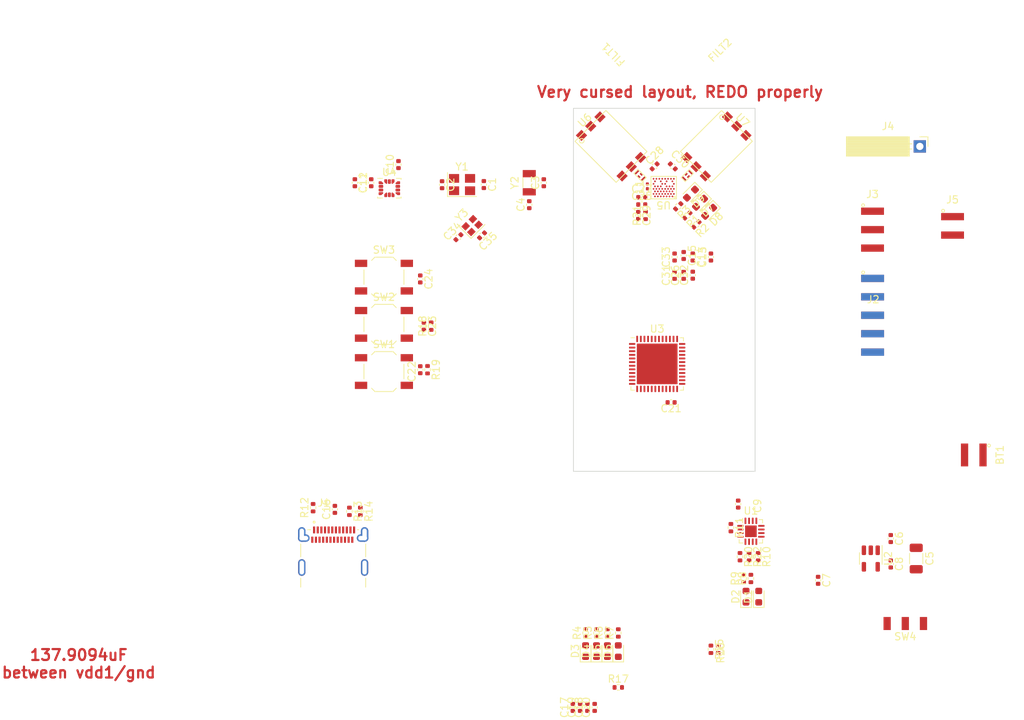
<source format=kicad_pcb>
(kicad_pcb (version 20240108) (generator "pcbnew") (generator_version "8.0")
  (title_block (comment 1 "TODO - Verify Pinout of ICM"))
  (layers (0 "F.Cu" signal) (1 "In1.Cu" signal) (2 "In2.Cu" signal) (3 "In3.Cu" signal) (4 "In4.Cu" signal) (31 "B.Cu" signal) (34 "B.Paste" user) (35 "F.Paste" user) (36 "B.SilkS" user "B.Silkscreen") (37 "F.SilkS" user "F.Silkscreen") (38 "B.Mask" user) (39 "F.Mask" user) (44 "Edge.Cuts" user))
  (net 0 "")
  (net 1 "/BAT")
  (net 2 "Earth")
  (net 3 "HSE1")
  (net 4 "HSE2")
  (net 5 "LSE1")
  (net 6 "LSE2")
  (net 7 "Net-(U2-EN)")
  (net 8 "+5V")
  (net 9 "Net-(U3-VCAP1)")
  (net 10 "NRST")
  (net 11 "BOOT0")
  (net 12 "PA0")
  (net 13 "/CHG")
  (net 14 "/CLED")
  (net 15 "/PWR")
  (net 16 "/PLED")
  (net 17 "Diag 1")
  (net 18 "/Dig1LED")
  (net 19 "Diag 2")
  (net 20 "/Dig2LED")
  (net 21 "/Dig3LED")
  (net 22 "Diag 4")
  (net 23 "/Dig4LED")
  (net 24 "VDD1")
  (net 25 "/RxLED")
  (net 26 "GPIO3")
  (net 27 "/TxLED")
  (net 28 "GPIO2")
  (net 29 "/RxokLED")
  (net 30 "GPIO0")
  (net 31 "WAKE DW")
  (net 32 "RSTn DW")
  (net 33 "UN DW")
  (net 34 "Net-(U5-VIO_D)")
  (net 35 "GPIO6")
  (net 36 "Net-(U5-VDD2a)")
  (net 37 "GPIO5")
  (net 38 "SS DW")
  (net 39 "MOSI DW")
  (net 40 "MISO DW")
  (net 41 "SCLK DW")
  (net 42 "IRQ DW")
  (net 43 "/CC1")
  (net 44 "D+")
  (net 45 "D-")
  (net 46 "/CC2")
  (net 47 "Net-(FILT1-Input)")
  (net 48 "JTMS{slash}SWDIO")
  (net 49 "JTCK{slash}SWCLK")
  (net 50 "JTDO{slash}SWO")
  (net 51 "JTRST")
  (net 52 "JTDI")
  (net 53 "USART TX")
  (net 54 "USART RX")
  (net 55 "USART CLK")
  (net 56 "Diag 3{slash}BOOT1")
  (net 57 "/ISET")
  (net 58 "/ILIM")
  (net 59 "ManBat")
  (net 60 "BatMan")
  (net 61 "/TS")
  (net 62 "/TMR")
  (net 63 "EN2BQ")
  (net 64 "EN1BQ")
  (net 65 "Net-(U5-RF1)")
  (net 66 "I1ICM")
  (net 67 "I2ICM")
  (net 68 "SS IC")
  (net 69 "SCLK IC")
  (net 70 "MISO IC")
  (net 71 "MOSI IC")
  (net 72 "GPIO1")
  (net 73 "GPIO4")
  (net 74 "Net-(U5-VTX_D)")
  (net 75 "XTO")
  (net 76 "Net-(U5-RF2)")
  (net 77 "Net-(FILT2-Input)")
  (net 78 "Net-(FILT1-Output)")
  (net 79 "XTI")
  (net 80 "Net-(FILT2-Output)")
  (net 81 "Net-(J1-SHIELD)")
  (footprint "Capacitor_SMD:C_0402_1005Metric" (layer "F.Cu") (at 206.75 137.25 90)
    (property "Reference" "C19" (at 0 -1.16 90) (layer "F.SilkS"))
    (property "Value" "2.2u")
    (pad "1" smd roundrect (at -0.48 0 90) (size 0.56 0.62) (layers "F.Cu" "F.Paste" "F.Mask") (net 2 "Earth"))
    (pad "2" smd roundrect (at 0.48 0 90) (size 0.56 0.62) (layers "F.Cu" "F.Paste" "F.Mask") (net 24 "VDD1"))
  )
  (footprint "zcustLibrary:PinHeader_2x05_P2.54mm_Vertical_SMD" (layer "F.Cu") (at 247 83.25)
    (property "Reference" "J2" (at 0.08 -2.16 0) (layer "F.SilkS"))
    (property "Value" "Conn_02x05_Odd_Even")
    (pad "1" smd rect (at 0 -5.08) (size 3.15 1) (layers "F.Cu" "F.Paste" "F.Mask") (net 24 "VDD1"))
    (pad "2" smd rect (at 0 -5.08) (size 3.15 1) (layers "B.Cu" "B.Paste" "B.Mask") (net 48 "JTMS{slash}SWDIO"))
    (pad "3" smd rect (at 0 -2.54) (size 3.15 1) (layers "F.Cu" "F.Paste" "F.Mask") (net 2 "Earth"))
    (pad "4" smd rect (at 0 -2.54) (size 3.15 1) (layers "B.Cu" "B.Paste" "B.Mask") (net 49 "JTCK{slash}SWCLK"))
    (pad "5" smd rect (at 0 0) (size 3.15 1) (layers "F.Cu" "F.Paste" "F.Mask") (net 2 "Earth"))
    (pad "6" smd rect (at 0 0) (size 3.15 1) (layers "B.Cu" "B.Paste" "B.Mask") (net 50 "JTDO{slash}SWO"))
    (pad "7" smd rect (at 0 2.54) (size 3.15 1) (layers "F.Cu" "F.Paste" "F.Mask") (net 51 "JTRST"))
    (pad "8" smd rect (at 0 2.54) (size 3.15 1) (layers "B.Cu" "B.Paste" "B.Mask") (net 52 "JTDI"))
    (pad "9" smd rect (at 0 5.08) (size 3.15 1) (layers "F.Cu" "F.Paste" "F.Mask") (net 2 "Earth"))
    (pad "10" smd rect (at 0 5.08) (size 3.15 1) (layers "B.Cu" "B.Paste" "B.Mask") (net 10 "NRST"))
  )
  (footprint "Capacitor_SMD:C_0402_1005Metric" (layer "F.Cu") (at 214.75 69.5 -90)
    (property "Reference" "C29" (at 0 -1.16 90) (layer "F.SilkS"))
    (property "Value" "0.22nF")
    (pad "1" smd roundrect (at -0.48 0 270) (size 0.56 0.62) (layers "F.Cu" "F.Paste" "F.Mask") (net 74 "Net-(U5-VTX_D)"))
    (pad "2" smd roundrect (at 0.48 0 270) (size 0.56 0.62) (layers "F.Cu" "F.Paste" "F.Mask") (net 2 "Earth"))
  )
  (footprint "Capacitor_SMD:C_0402_1005Metric" (layer "F.Cu") (at 181.75 62.5 90)
    (property "Reference" "C10" (at 0 -1.16 90) (layer "F.SilkS"))
    (property "Value" "2.2u")
    (pad "1" smd roundrect (at -0.48 0 90) (size 0.56 0.62) (layers "F.Cu" "F.Paste" "F.Mask") (net 24 "VDD1"))
    (pad "2" smd roundrect (at 0.48 0 90) (size 0.56 0.62) (layers "F.Cu" "F.Paste" "F.Mask") (net 2 "Earth"))
  )
  (footprint "Capacitor_SMD:C_0402_1005Metric" (layer "F.Cu") (at 187.75 65.27 -90)
    (property "Reference" "C2" (at 0 -1.16 90) (layer "F.SilkS"))
    (property "Value" "18p")
    (pad "1" smd roundrect (at -0.48 0 270) (size 0.56 0.62) (layers "F.Cu" "F.Paste" "F.Mask") (net 4 "HSE2"))
    (pad "2" smd roundrect (at 0.48 0 270) (size 0.56 0.62) (layers "F.Cu" "F.Paste" "F.Mask") (net 2 "Earth"))
  )
  (footprint "zcustLibrary:SHOUHAN_TYPE-C_24P_QT_143" (layer "F.Cu") (at 172.76575 117.9875)
    (property "Reference" "J1" (at -1.27 -8.89 0) (layer "F.SilkS"))
    (property "Value" "USB_C_Receptacle")
    (fp_poly (pts (xy -3.28 -4.05) (xy -3.281 -4.024) (xy -3.283 -3.998) (xy -3.286 -3.972) (xy -3.291 -3.946) (xy -3.297 -3.921) (xy -3.304 -3.895) (xy -3.313 -3.871) (xy -3.323 -3.847) (xy -3.334 -3.823) (xy -3.347 -3.8) (xy -3.361 -3.778) (xy -3.375 -3.756) (xy -3.391 -3.735) (xy -3.408 -3.715) (xy -3.426 -3.696) (xy -3.445 -3.678) (xy -3.465 -3.661) (xy -3.486 -3.645) (xy -3.508 -3.631) (xy -3.53 -3.617) (xy -3.553 -3.604) (xy -3.577 -3.593) (xy -3.601 -3.583) (xy -3.625 -3.574) (xy -3.651 -3.567) (xy -3.676 -3.561) (xy -3.702 -3.556) (xy -3.728 -3.553) (xy -3.754 -3.551) (xy -3.78 -3.55) (xy -4.32 -3.55) (xy -4.346 -3.551) (xy -4.372 -3.553) (xy -4.398 -3.556) (xy -4.424 -3.561) (xy -4.449 -3.567) (xy -4.475 -3.574) (xy -4.499 -3.583) (xy -4.523 -3.593) (xy -4.547 -3.604) (xy -4.57 -3.617) (xy -4.592 -3.631) (xy -4.614 -3.645) (xy -4.635 -3.661) (xy -4.655 -3.678) (xy -4.674 -3.696) (xy -4.692 -3.715) (xy -4.709 -3.735) (xy -4.725 -3.756) (xy -4.739 -3.778) (xy -4.753 -3.8) (xy -4.766 -3.823) (xy -4.777 -3.847) (xy -4.787 -3.871) (xy -4.796 -3.895) (xy -4.803 -3.921) (xy -4.809 -3.946) (xy -4.814 -3.972) (xy -4.817 -3.998) (xy -4.819 -4.024) (xy -4.82 -4.05) (xy -4.82 -5.05) (xy -4.819 -5.076) (xy -4.817 -5.102) (xy -4.814 -5.128) (xy -4.809 -5.154) (xy -4.803 -5.179) (xy -4.796 -5.205) (xy -4.787 -5.229) (xy -4.777 -5.253) (xy -4.766 -5.277) (xy -4.753 -5.3) (xy -4.739 -5.322) (xy -4.725 -5.344) (xy -4.709 -5.365) (xy -4.692 -5.385) (xy -4.674 -5.404) (xy -4.655 -5.422) (xy -4.635 -5.439) (xy -4.614 -5.455) (xy -4.592 -5.469) (xy -4.57 -5.483) (xy -4.547 -5.496) (xy -4.523 -5.507) (xy -4.499 -5.517) (xy -4.475 -5.526) (xy -4.449 -5.533) (xy -4.424 -5.539) (xy -4.398 -5.544) (xy -4.372 -5.547) (xy -4.346 -5.549) (xy -4.32 -5.55) (xy -4.294 -5.549) (xy -4.268 -5.547) (xy -4.242 -5.544) (xy -4.216 -5.539) (xy -4.191 -5.533) (xy -4.165 -5.526) (xy -4.141 -5.517) (xy -4.117 -5.507) (xy -4.093 -5.496) (xy -4.07 -5.483) (xy -4.048 -5.469) (xy -4.026 -5.455) (xy -4.005 -5.439) (xy -3.985 -5.422) (xy -3.966 -5.404) (xy -3.948 -5.385) (xy -3.931 -5.365) (xy -3.915 -5.344) (xy -3.901 -5.322) (xy -3.887 -5.3) (xy -3.874 -5.277) (xy -3.863 -5.253) (xy -3.853 -5.229) (xy -3.844 -5.205) (xy -3.837 -5.179) (xy -3.831 -5.154) (xy -3.826 -5.128) (xy -3.823 -5.102) (xy -3.821 -5.076) (xy -3.82 -5.05) (xy -3.82 -4.59) (xy -3.82 -4.588) (xy -3.82 -4.586) (xy -3.82 -4.584) (xy -3.819 -4.582) (xy -3.819 -4.58) (xy -3.818 -4.578) (xy -3.817 -4.576) (xy -3.817 -4.574) (xy -3.816 -4.572) (xy -3.815 -4.57) (xy -3.814 -4.568) (xy -3.812 -4.566) (xy -3.811 -4.565) (xy -3.81 -4.563) (xy -3.808 -4.562) (xy -3.807 -4.56) (xy -3.805 -4.559) (xy -3.804 -4.558) (xy -3.802 -4.556) (xy -3.8 -4.555) (xy -3.798 -4.554) (xy -3.796 -4.553) (xy -3.794 -4.553) (xy -3.792 -4.552) (xy -3.79 -4.551) (xy -3.788 -4.551) (xy -3.786 -4.55) (xy -3.784 -4.55) (xy -3.782 -4.55) (xy -3.78 -4.55) (xy -3.754 -4.549) (xy -3.728 -4.547) (xy -3.702 -4.544) (xy -3.676 -4.539) (xy -3.651 -4.533) (xy -3.625 -4.526) (xy -3.601 -4.517) (xy -3.577 -4.507) (xy -3.553 -4.496) (xy -3.53 -4.483) (xy -3.508 -4.469) (xy -3.486 -4.455) (xy -3.465 -4.439) (xy -3.445 -4.422) (xy -3.426 -4.404) (xy -3.408 -4.385) (xy -3.391 -4.365) (xy -3.375 -4.344) (xy -3.361 -4.322) (xy -3.347 -4.3) (xy -3.334 -4.277) (xy -3.323 -4.253) (xy -3.313 -4.229) (xy -3.304 -4.205) (xy -3.297 -4.179) (xy -3.291 -4.154) (xy -3.286 -4.128) (xy -3.283 -4.102) (xy -3.281 -4.076) (xy -3.28 -4.05)) (stroke (width 0.01)) (fill solid) (layer "B.Cu"))
    (fp_poly (pts (xy 3.28 -4.05) (xy 3.281 -4.024) (xy 3.283 -3.998) (xy 3.286 -3.972) (xy 3.291 -3.946) (xy 3.297 -3.921) (xy 3.304 -3.895) (xy 3.313 -3.871) (xy 3.323 -3.847) (xy 3.334 -3.823) (xy 3.347 -3.8) (xy 3.361 -3.778) (xy 3.375 -3.756) (xy 3.391 -3.735) (xy 3.408 -3.715) (xy 3.426 -3.696) (xy 3.445 -3.678) (xy 3.465 -3.661) (xy 3.486 -3.645) (xy 3.508 -3.631) (xy 3.53 -3.617) (xy 3.553 -3.604) (xy 3.577 -3.593) (xy 3.601 -3.583) (xy 3.625 -3.574) (xy 3.651 -3.567) (xy 3.676 -3.561) (xy 3.702 -3.556) (xy 3.728 -3.553) (xy 3.754 -3.551) (xy 3.78 -3.55) (xy 4.32 -3.55) (xy 4.346 -3.551) (xy 4.372 -3.553) (xy 4.398 -3.556) (xy 4.424 -3.561) (xy 4.449 -3.567) (xy 4.475 -3.574) (xy 4.499 -3.583) (xy 4.523 -3.593) (xy 4.547 -3.604) (xy 4.57 -3.617) (xy 4.592 -3.631) (xy 4.614 -3.645) (xy 4.635 -3.661) (xy 4.655 -3.678) (xy 4.674 -3.696) (xy 4.692 -3.715) (xy 4.709 -3.735) (xy 4.725 -3.756) (xy 4.739 -3.778) (xy 4.753 -3.8) (xy 4.766 -3.823) (xy 4.777 -3.847) (xy 4.787 -3.871) (xy 4.796 -3.895) (xy 4.803 -3.921) (xy 4.809 -3.946) (xy 4.814 -3.972) (xy 4.817 -3.998) (xy 4.819 -4.024) (xy 4.82 -4.05) (xy 4.82 -5.05) (xy 4.819 -5.076) (xy 4.817 -5.102) (xy 4.814 -5.128) (xy 4.809 -5.154) (xy 4.803 -5.179) (xy 4.796 -5.205) (xy 4.787 -5.229) (xy 4.777 -5.253) (xy 4.766 -5.277) (xy 4.753 -5.3) (xy 4.739 -5.322) (xy 4.725 -5.344) (xy 4.709 -5.365) (xy 4.692 -5.385) (xy 4.674 -5.404) (xy 4.655 -5.422) (xy 4.635 -5.439) (xy 4.614 -5.455) (xy 4.592 -5.469) (xy 4.57 -5.483) (xy 4.547 -5.496) (xy 4.523 -5.507) (xy 4.499 -5.517) (xy 4.475 -5.526) (xy 4.449 -5.533) (xy 4.424 -5.539) (xy 4.398 -5.544) (xy 4.372 -5.547) (xy 4.346 -5.549) (xy 4.32 -5.55) (xy 4.294 -5.549) (xy 4.268 -5.547) (xy 4.242 -5.544) (xy 4.216 -5.539) (xy 4.191 -5.533) (xy 4.165 -5.526) (xy 4.141 -5.517) (xy 4.117 -5.507) (xy 4.093 -5.496) (xy 4.07 -5.483) (xy 4.048 -5.469) (xy 4.026 -5.455) (xy 4.005 -5.439) (xy 3.985 -5.422) (xy 3.966 -5.404) (xy 3.948 -5.385) (xy 3.931 -5.365) (xy 3.915 -5.344) (xy 3.901 -5.322) (xy 3.887 -5.3) (xy 3.874 -5.277) (xy 3.863 -5.253) (xy 3.853 -5.229) (xy 3.844 -5.205) (xy 3.837 -5.179) (xy 3.831 -5.154) (xy 3.826 -5.128) (xy 3.823 -5.102) (xy 3.821 -5.076) (xy 3.82 -5.05) (xy 3.82 -4.59) (xy 3.82 -4.588) (xy 3.82 -4.586) (xy 3.82 -4.584) (xy 3.819 -4.582) (xy 3.819 -4.58) (xy 3.818 -4.578) (xy 3.817 -4.576) (xy 3.817 -4.574) (xy 3.816 -4.572) (xy 3.815 -4.57) (xy 3.814 -4.568) (xy 3.812 -4.566) (xy 3.811 -4.565) (xy 3.81 -4.563) (xy 3.808 -4.562) (xy 3.807 -4.56) (xy 3.805 -4.559) (xy 3.804 -4.558) (xy 3.802 -4.556) (xy 3.8 -4.555) (xy 3.798 -4.554) (xy 3.796 -4.553) (xy 3.794 -4.553) (xy 3.792 -4.552) (xy 3.79 -4.551) (xy 3.788 -4.551) (xy 3.786 -4.55) (xy 3.784 -4.55) (xy 3.782 -4.55) (xy 3.78 -4.55) (xy 3.754 -4.549) (xy 3.728 -4.547) (xy 3.702 -4.544) (xy 3.676 -4.539) (xy 3.651 -4.533) (xy 3.625 -4.526) (xy 3.601 -4.517) (xy 3.577 -4.507) (xy 3.553 -4.496) (xy 3.53 -4.483) (xy 3.508 -4.469) (xy 3.486 -4.455) (xy 3.465 -4.439) (xy 3.445 -4.422) (xy 3.426 -4.404) (xy 3.408 -4.385) (xy 3.391 -4.365) (xy 3.375 -4.344) (xy 3.361 -4.322) (xy 3.347 -4.3) (xy 3.334 -4.277) (xy 3.323 -4.253) (xy 3.313 -4.229) (xy 3.304 -4.205) (xy 3.297 -4.179) (xy 3.291 -4.154) (xy 3.286 -4.128) (xy 3.283 -4.102) (xy 3.281 -4.076) (xy 3.28 -4.05)) (stroke (width 0.01)) (fill solid) (layer "B.Cu"))
    (fp_line (start -4.62 -5.05) (end -4.62 -4.05) (stroke (width 0.01)) (layer "Edge.Cuts"))
    (fp_line (start -4.32 -3.75) (end -3.72 -3.75) (stroke (width 0.01)) (layer "Edge.Cuts"))
    (fp_line (start -4.02 -4.45) (end -4.02 -5.05) (stroke (width 0.01)) (layer "Edge.Cuts"))
    (fp_line (start -3.72 -4.35) (end -3.92 -4.35) (stroke (width 0.01)) (layer "Edge.Cuts"))
    (fp_line (start 3.72 -4.35) (end 3.92 -4.35) (stroke (width 0.01)) (layer "Edge.Cuts"))
    (fp_line (start 4.02 -4.45) (end 4.02 -5.05) (stroke (width 0.01)) (layer "Edge.Cuts"))
    (fp_line (start 4.62 -5.05) (end 4.62 -4.05) (stroke (width 0.01)) (layer "Edge.Cuts"))
    (fp_arc (start -4.62 -5.05) (mid -4.532132 -5.262132) (end -4.32 -5.35) (stroke (width 0.01)) (layer "Edge.Cuts"))
    (fp_arc (start -4.32 -5.35) (mid -4.107868 -5.262132) (end -4.02 -5.05) (stroke (width 0.01)) (layer "Edge.Cuts"))
    (fp_arc (start -4.32 -3.75) (mid -4.532132 -3.837868) (end -4.62 -4.05) (stroke (width 0.01)) (layer "Edge.Cuts"))
    (fp_arc (start -3.92 -4.35) (mid -3.990711 -4.379289) (end -4.02 -4.45) (stroke (width 0.01)) (layer "Edge.Cuts"))
    (fp_arc (start -3.72 -4.35) (mid -3.507868 -4.262132) (end -3.42 -4.05) (stroke (width 0.01)) (layer "Edge.Cuts"))
    (fp_arc (start -3.42 -4.05) (mid -3.507868 -3.837868) (end -3.72 -3.75) (stroke (width 0.01)) (layer "Edge.Cuts"))
    (fp_arc (start 3.42 -4.05) (mid 3.507868 -4.262132) (end 3.72 -4.35) (stroke (width 0.01)) (layer "Edge.Cuts"))
    (fp_arc (start 3.72 -3.75) (mid 3.507868 -3.837868) (end 3.42 -4.05) (stroke (width 0.01)) (layer "Edge.Cuts"))
    (fp_arc (start 4.02 -5.05) (mid 4.107868 -5.262132) (end 4.32 -5.35) (stroke (width 0.01)) (layer "Edge.Cuts"))
    (fp_arc (start 4.02 -4.45) (mid 3.990711 -4.379289) (end 3.92 -4.35) (stroke (width 0.01)) (layer "Edge.Cuts"))
    (fp_arc (start 4.32 -5.35) (mid 4.532132 -5.262132) (end 4.62 -5.05) (stroke (width 0.01)) (layer "Edge.Cuts"))
    (fp_arc (start 4.62 -4.05) (mid 4.532132 -3.837868) (end 4.32 -3.75) (stroke (width 0.01)) (layer "Edge.Cuts"))
    (pad "" np_thru_hole circle (at -3.4 -3.2) (size 0.55 0.55) (drill 0.55) (layers "*.Cu" "*.Mask"))
    (pad "" np_thru_hole circle (at 3.4 -3.2) (size 0.55 0.55) (drill 0.55) (layers "*.Cu" "*.Mask"))
    (pad "A1" smd rect (at -2.625 -5.175) (size 0.3 0.95) (layers "F.Cu" "F.Paste") (net 2 "Earth"))
    (pad "A2" smd rect (at -2.125 -5.175) (size 0.3 0.95) (layers "F.Cu" "F.Paste"))
    (pad "A3" smd rect (at -1.625 -5.175) (size 0.3 0.95) (layers "F.Cu" "F.Paste"))
    (pad "A4" smd rect (at -1.125 -5.175) (size 0.3 0.95) (layers "F.Cu" "F.Paste") (net 8 "+5V"))
    (pad "A5" smd rect (at -0.625 -5.175) (size 0.3 0.95) (layers "F.Cu" "F.Paste") (net 43 "/CC1"))
    (pad "A6" smd rect (at -0.125 -5.175) (size 0.3 0.95) (layers "F.Cu" "F.Paste") (net 44 "D+"))
    (pad "A7" smd rect (at 0.375 -5.175) (size 0.3 0.95) (layers "F.Cu" "F.Paste") (net 45 "D-"))
    (pad "A8" smd rect (at 0.875 -5.175) (size 0.3 0.95) (layers "F.Cu" "F.Paste"))
    (pad "A9" smd rect (at 1.375 -5.175) (size 0.3 0.95) (layers "F.Cu" "F.Paste") (net 8 "+5V"))
    (pad "A10" smd rect (at 1.875 -5.175) (size 0.3 0.95) (layers "F.Cu" "F.Paste"))
    (pad "A11" smd rect (at 2.375 -5.175) (size 0.3 0.95) (layers "F.Cu" "F.Paste"))
    (pad "A12" smd rect (at 2.875 -5.175) (size 0.3 0.95) (layers "F.Cu" "F.Paste") (net 2 "Earth"))
    (pad "B1" smd rect (at 2.625 -3.825) (size 0.3 0.85) (layers "F.Cu" "F.Paste") (net 2 "Earth"))
    (pad "B2" smd rect (at 2.125 -3.825) (size 0.3 0.85) (layers "F.Cu" "F.Paste"))
    (pad "B3" smd rect (at 1.625 -3.825) (size 0.3 0.85) (layers "F.Cu" "F.Paste"))
    (pad "B4" smd rect (at 1.125 -3.825) (size 0.3 0.85) (layers "F.Cu" "F.Paste") (net 8 "+5V"))
    (pad "B5" smd rect (at 0.625 -3.825) (size 0.3 0.85) (layers "F.Cu" "F.Paste") (net 46 "/CC2"))
    (pad "B6" smd rect (at 0.125 -3.825) (size 0.3 0.85) (layers "F.Cu" "F.Paste") (net 44 "D+"))
    (pad "B7" smd rect (at -0.375 -3.825) (size 0.3 0.85) (layers "F.Cu" "F.Paste") (net 45 "D-"))
    (pad "B8" smd rect (at -0.875 -3.825) (size 0.3 0.85) (layers "F.Cu" "F.Paste"))
    (pad "B9" smd rect (at -1.375 -3.825) (size 0.3 0.85) (layers "F.Cu" "F.Paste") (net 8 "+5V"))
    (pad "B10" smd rect (at -1.875 -3.825) (size 0.3 0.85) (layers "F.Cu" "F.Paste"))
    (pad "B11" smd rect (at -2.375 -3.825) (size 0.3 0.85) (layers "F.Cu" "F.Paste"))
    (pad "B12" smd rect (at -2.875 -3.825) (size 0.3 0.85) (layers "F.Cu" "F.Paste") (net 2 "Earth"))
    (pad "S1" thru_hole oval (at -4.32 -4.55) (size 1 2) (drill oval 0.6 1.6) (layers "*.Cu") (net 81 "Net-(J1-SHIELD)"))
    (pad "S1" thru_hole oval (at -4.32 0) (size 1 2.3) (drill oval 0.6 1.9) (layers "*.Cu" "*.Mask") (net 81 "Net-(J1-SHIELD)"))
    (pad "S1" thru_hole oval (at -4.05 -4.05 90) (size 1 1.6) (drill oval 0.6 1.2) (layers "*.Cu") (net 81 "Net-(J1-SHIELD)"))
    (pad "S1" thru_hole oval (at 4.05 -4.05 90) (size 1 1.6) (drill oval 0.6 1.2) (layers "*.Cu") (net 81 "Net-(J1-SHIELD)"))
    (pad "S1" thru_hole oval (at 4.32 -4.55) (size 1 2) (drill oval 0.6 1.6) (layers "*.Cu") (net 81 "Net-(J1-SHIELD)"))
    (pad "S1" thru_hole oval (at 4.32 0) (size 1 2.3) (drill oval 0.6 1.9) (layers "*.Cu" "*.Mask") (net 81 "Net-(J1-SHIELD)"))
  )
  (footprint "zcustLibrary:MK-12C01N-G1.5" (layer "F.Cu") (at 251.5 128)
    (property "Reference" "SW4" (at 0 -0.5 0) (layer "F.SilkS"))
    (property "Value" "SW_SPDT")
    (pad "" np_thru_hole circle (at -1.5 0) (size 0.001 0.001) (drill 0.8) (layers "F&B.Cu" "*.Mask"))
    (pad "" np_thru_hole circle (at 1.5 0) (size 0.001 0.001) (drill 0.8) (layers "F&B.Cu" "*.Mask"))
    (pad "1" smd rect (at 2.5 -2.3) (size 1 1.8) (layers "F.Cu" "F.Paste" "F.Mask") (net 1 "/BAT"))
    (pad "2" smd rect (at 0 -2.3) (size 1 1.8) (layers "F.Cu" "F.Paste" "F.Mask" "Dwgs.User") (net 60 "BatMan"))
    (pad "3" smd rect (at -2.5 -2.3) (size 1 1.8) (layers "F.Cu" "F.Mask"))
  )
  (footprint "Capacitor_SMD:C_0402_1005Metric" (layer "F.Cu") (at 249.5 114 -90)
    (property "Reference" "C6" (at 0 -1.16 90) (layer "F.SilkS"))
    (property "Value" "2.2u")
    (pad "1" smd roundrect (at -0.48 0 270) (size 0.56 0.62) (layers "F.Cu" "F.Paste" "F.Mask") (net 24 "VDD1"))
    (pad "2" smd roundrect (at 0.48 0 270) (size 0.56 0.62) (layers "F.Cu" "F.Paste" "F.Mask") (net 2 "Earth"))
  )
  (footprint "LED_SMD:LED_0603_1608Metric" (layer "F.Cu") (at 223.25 67.75 -135)
    (property "Reference" "D7" (at 0 -1.43 45) (layer "F.SilkS"))
    (property "Value" "LED")
    (pad "1" smd roundrect (at -0.787501 0 225) (size 0.875 0.95) (layers "F.Cu" "F.Paste" "F.Mask") (net 26 "GPIO3"))
    (pad "2" smd roundrect (at 0.787501 0 225) (size 0.875 0.95) (layers "F.Cu" "F.Paste" "F.Mask") (net 25 "/RxLED"))
  )
  (footprint "Resistor_SMD:R_0402_1005Metric" (layer "F.Cu") (at 210.5 127 90)
    (property "Reference" "R6" (at 0 -1.17 90) (layer "F.SilkS"))
    (property "Value" "1k")
    (pad "1" smd roundrect (at -0.51 0 90) (size 0.54 0.64) (layers "F.Cu" "F.Paste" "F.Mask") (net 21 "/Dig3LED"))
    (pad "2" smd roundrect (at 0.51 0 90) (size 0.54 0.64) (layers "F.Cu" "F.Paste" "F.Mask") (net 56 "Diag 3{slash}BOOT1"))
  )
  (footprint "Resistor_SMD:R_0402_1005Metric" (layer "F.Cu") (at 228.75 116.5 -90)
    (property "Reference" "R20" (at 0 -1.17 90) (layer "F.SilkS"))
    (property "Value" "10K")
    (pad "1" smd roundrect (at -0.51 0 270) (size 0.54 0.64) (layers "F.Cu" "F.Paste" "F.Mask") (net 61 "/TS"))
    (pad "2" smd roundrect (at 0.51 0 270) (size 0.54 0.64) (layers "F.Cu" "F.Paste" "F.Mask") (net 2 "Earth"))
  )
  (footprint "Connector_PinSocket_2.54mm:PinSocket_1x01_P2.54mm_Horizontal" (layer "F.Cu") (at 253.5 60)
    (property "Reference" "J4" (at -4.38 -2.77 0) (layer "F.SilkS"))
    (property "Value" "Conn_01x01_Male")
    (pad "1" thru_hole rect (at 0 0) (size 1.7 1.7) (drill 1) (layers "*.Cu" "*.Mask") (net 33 "UN DW"))
  )
  (footprint "Capacitor_SMD:C_0402_1005Metric" (layer "F.Cu") (at 193.5 65.25 -90)
    (property "Reference" "C1" (at 0 -1.16 90) (layer "F.SilkS"))
    (property "Value" "18p")
    (pad "1" smd roundrect (at -0.48 0 270) (size 0.56 0.62) (layers "F.Cu" "F.Paste" "F.Mask") (net 3 "HSE1"))
    (pad "2" smd roundrect (at 0.48 0 270) (size 0.56 0.62) (layers "F.Cu" "F.Paste" "F.Mask") (net 2 "Earth"))
  )
  (footprint "Resistor_SMD:R_0402_1005Metric" (layer "F.Cu") (at 170 109.75 90)
    (property "Reference" "R12" (at 0 -1.17 90) (layer "F.SilkS"))
    (property "Value" "1k")
    (pad "1" smd roundrect (at -0.51 0 90) (size 0.54 0.64) (layers "F.Cu" "F.Paste" "F.Mask") (net 81 "Net-(J1-SHIELD)"))
    (pad "2" smd roundrect (at 0.51 0 90) (size 0.54 0.64) (layers "F.Cu" "F.Paste" "F.Mask") (net 2 "Earth"))
  )
  (footprint "Filter:ABSGS4C6-CDGM3B8M" (layer "F.Cu") (at 215 64 135)
    (property "Reference" "FILT1" (at 14.401082 9.192388 135) (layer "F.SilkS"))
    (property "Value" "ABSGS4C6-CDGM3B8M")
    (pad "1" smd rect (at -0.6125 0 135) (size 0.225 0.65) (layers "F.Cu" "F.Paste" "F.Mask") (net 47 "Net-(FILT1-Input)"))
    (pad "2" smd rect (at 0 0.215 135) (size 0.4 0.22) (layers "F.Cu" "F.Paste" "F.Mask") (net 2 "Earth"))
    (pad "3" smd rect (at 0.6125 0 135) (size 0.225 0.65) (layers "F.Cu" "F.Paste" "F.Mask") (net 78 "Net-(FILT1-Output)"))
    (pad "4" smd rect (at 0 -0.215 135) (size 0.4 0.22) (layers "F.Cu" "F.Paste" "F.Mask") (net 2 "Earth"))
  )
  (footprint "Button_Switch_SMD:SW_SPST_TL3342" (layer "F.Cu") (at 179.75 78)
    (property "Reference" "SW3" (at 0 -3.75 0) (layer "F.SilkS"))
    (property "Value" "SW_Push")
    (pad "1" smd rect (at -3.15 -1.9) (size 1.7 1) (layers "F.Cu" "F.Paste" "F.Mask") (net 2 "Earth"))
    (pad "1" smd rect (at 3.15 -1.9) (size 1.7 1) (layers "F.Cu" "F.Paste" "F.Mask") (net 2 "Earth"))
    (pad "2" smd rect (at -3.15 1.9) (size 1.7 1) (layers "F.Cu" "F.Paste" "F.Mask") (net 12 "PA0"))
    (pad "2" smd rect (at 3.15 1.9) (size 1.7 1) (layers "F.Cu" "F.Paste" "F.Mask") (net 12 "PA0"))
  )
  (footprint "Capacitor_SMD:C_0402_1005Metric" (layer "F.Cu") (at 190 72.5 45)
    (property "Reference" "C34" (at 0 -1.16 45) (layer "F.SilkS"))
    (property "Value" "3.3pF")
    (pad "1" smd roundrect (at -0.48 0 45) (size 0.56 0.62) (layers "F.Cu" "F.Paste" "F.Mask") (net 2 "Earth"))
    (pad "2" smd roundrect (at 0.48 0 45) (size 0.56 0.62) (layers "F.Cu" "F.Paste" "F.Mask") (net 75 "XTO"))
  )
  (footprint "Package_DFN_QFN:QFN-48-1EP_7x7mm_P0.5mm_EP5.6x5.6mm" (layer "F.Cu") (at 217.35 89.95)
    (property "Reference" "U3" (at 0 -4.82 0) (layer "F.SilkS"))
    (property "Value" "STM32F411CEUx")
    (pad "1" smd roundrect (at -3.4375 -2.75) (size 0.875 0.25) (layers "F.Cu" "F.Paste" "F.Mask") (net 24 "VDD1"))
    (pad "2" smd roundrect (at -3.4375 -2.25) (size 0.875 0.25) (layers "F.Cu" "F.Paste" "F.Mask") (net 63 "EN2BQ"))
    (pad "3" smd roundrect (at -3.4375 -1.75) (size 0.875 0.25) (layers "F.Cu" "F.Paste" "F.Mask") (net 5 "LSE1"))
    (pad "4" smd roundrect (at -3.4375 -1.25) (size 0.875 0.25) (layers "F.Cu" "F.Paste" "F.Mask") (net 6 "LSE2"))
    (pad "5" smd roundrect (at -3.4375 -0.75) (size 0.875 0.25) (layers "F.Cu" "F.Paste" "F.Mask") (net 3 "HSE1"))
    (pad "6" smd roundrect (at -3.4375 -0.25) (size 0.875 0.25) (layers "F.Cu" "F.Paste" "F.Mask") (net 4 "HSE2"))
    (pad "7" smd roundrect (at -3.4375 0.25) (size 0.875 0.25) (layers "F.Cu" "F.Paste" "F.Mask") (net 10 "NRST"))
    (pad "8" smd roundrect (at -3.4375 0.75) (size 0.875 0.25) (layers "F.Cu" "F.Paste" "F.Mask") (net 2 "Earth"))
    (pad "9" smd roundrect (at -3.4375 1.25) (size 0.875 0.25) (layers "F.Cu" "F.Paste" "F.Mask") (net 24 "VDD1"))
    (pad "10" smd roundrect (at -3.4375 1.75) (size 0.875 0.25) (layers "F.Cu" "F.Paste" "F.Mask") (net 12 "PA0"))
    (pad "11" smd roundrect (at -3.4375 2.25) (size 0.875 0.25) (layers "F.Cu" "F.Paste" "F.Mask") (net 66 "I1ICM"))
    (pad "12" smd roundrect (at -3.4375 2.75) (size 0.875 0.25) (layers "F.Cu" "F.Paste" "F.Mask") (net 67 "I2ICM"))
    (pad "13" smd roundrect (at -2.75 3.4375) (size 0.25 0.875) (layers "F.Cu" "F.Paste" "F.Mask") (net 59 "ManBat"))
    (pad "14" smd roundrect (at -2.25 3.4375) (size 0.25 0.875) (layers "F.Cu" "F.Paste" "F.Mask") (net 68 "SS IC"))
    (pad "15" smd roundrect (at -1.75 3.4375) (size 0.25 0.875) (layers "F.Cu" "F.Paste" "F.Mask") (net 69 "SCLK IC"))
    (pad "16" smd roundrect (at -1.25 3.4375) (size 0.25 0.875) (layers "F.Cu" "F.Paste" "F.Mask") (net 70 "MISO IC"))
    (pad "17" smd roundrect (at -0.75 3.4375) (size 0.25 0.875) (layers "F.Cu" "F.Paste" "F.Mask") (net 71 "MOSI IC"))
    (pad "18" smd roundrect (at -0.25 3.4375) (size 0.25 0.875) (layers "F.Cu" "F.Paste" "F.Mask") (net 17 "Diag 1"))
    (pad "19" smd roundrect (at 0.25 3.4375) (size 0.25 0.875) (layers "F.Cu" "F.Paste" "F.Mask") (net 19 "Diag 2"))
    (pad "20" smd roundrect (at 0.75 3.4375) (size 0.25 0.875) (layers "F.Cu" "F.Paste" "F.Mask") (net 56 "Diag 3{slash}BOOT1"))
    (pad "21" smd roundrect (at 1.25 3.4375) (size 0.25 0.875) (layers "F.Cu" "F.Paste" "F.Mask") (net 22 "Diag 4"))
    (pad "22" smd roundrect (at 1.75 3.4375) (size 0.25 0.875) (layers "F.Cu" "F.Paste" "F.Mask") (net 9 "Net-(U3-VCAP1)"))
    (pad "23" smd roundrect (at 2.25 3.4375) (size 0.25 0.875) (layers "F.Cu" "F.Paste" "F.Mask") (net 2 "Earth"))
    (pad "24" smd roundrect (at 2.75 3.4375) (size 0.25 0.875) (layers "F.Cu" "F.Paste" "F.Mask") (net 24 "VDD1"))
    (pad "25" smd roundrect (at 3.4375 2.75) (size 0.875 0.25) (layers "F.Cu" "F.Paste" "F.Mask") (net 38 "SS DW"))
    (pad "26" smd roundrect (at 3.4375 2.25) (size 0.875 0.25) (layers "F.Cu" "F.Paste" "F.Mask") (net 41 "SCLK DW"))
    (pad "27" smd roundrect (at 3.4375 1.75) (size 0.875 0.25) (layers "F.Cu" "F.Paste" "F.Mask") (net 40 "MISO DW"))
    (pad "28" smd roundrect (at 3.4375 1.25) (size 0.875 0.25) (layers "F.Cu" "F.Paste" "F.Mask") (net 39 "MOSI DW"))
    (pad "29" smd roundrect (at 3.4375 0.75) (size 0.875 0.25) (layers "F.Cu" "F.Paste" "F.Mask") (net 55 "USART CLK"))
    (pad "30" smd roundrect (at 3.4375 0.25) (size 0.875 0.25) (layers "F.Cu" "F.Paste" "F.Mask") (net 53 "USART TX"))
    (pad "31" smd roundrect (at 3.4375 -0.25) (size 0.875 0.25) (layers "F.Cu" "F.Paste" "F.Mask") (net 54 "USART RX"))
    (pad "32" smd roundrect (at 3.4375 -0.75) (size 0.875 0.25) (layers "F.Cu" "F.Paste" "F.Mask") (net 45 "D-"))
    (pad "33" smd roundrect (at 3.4375 -1.25) (size 0.875 0.25) (layers "F.Cu" "F.Paste" "F.Mask") (net 44 "D+"))
    (pad "34" smd roundrect (at 3.4375 -1.75) (size 0.875 0.25) (layers "F.Cu" "F.Paste" "F.Mask") (net 48 "JTMS{slash}SWDIO"))
    (pad "35" smd roundrect (at 3.4375 -2.25) (size 0.875 0.25) (layers "F.Cu" "F.Paste" "F.Mask") (net 2 "Earth"))
    (pad "36" smd roundrect (at 3.4375 -2.75) (size 0.875 0.25) (layers "F.Cu" "F.Paste" "F.Mask") (net 24 "VDD1"))
    (pad "37" smd roundrect (at 2.75 -3.4375) (size 0.25 0.875) (layers "F.Cu" "F.Paste" "F.Mask") (net 49 "JTCK{slash}SWCLK"))
    (pad "38" smd roundrect (at 2.25 -3.4375) (size 0.25 0.875) (layers "F.Cu" "F.Paste" "F.Mask") (net 52 "JTDI"))
    (pad "39" smd roundrect (at 1.75 -3.4375) (size 0.25 0.875) (layers "F.Cu" "F.Paste" "F.Mask") (net 50 "JTDO{slash}SWO"))
    (pad "40" smd roundrect (at 1.25 -3.4375) (size 0.25 0.875) (layers "F.Cu" "F.Paste" "F.Mask") (net 51 "JTRST"))
    (pad "41" smd roundrect (at 0.75 -3.4375) (size 0.25 0.875) (layers "F.Cu" "F.Paste" "F.Mask") (net 33 "UN DW"))
    (pad "42" smd roundrect (at 0.25 -3.4375) (size 0.25 0.875) (layers "F.Cu" "F.Paste" "F.Mask") (net 31 "WAKE DW"))
    (pad "43" smd roundrect (at -0.25 -3.4375) (size 0.25 0.875) (layers "F.Cu" "F.Paste" "F.Mask") (net 32 "RSTn DW"))
    (pad "44" smd roundrect (at -0.75 -3.4375) (size 0.25 0.875) (layers "F.Cu" "F.Paste" "F.Mask") (net 11 "BOOT0"))
    (pad "45" smd roundrect (at -1.25 -3.4375) (size 0.25 0.875) (layers "F.Cu" "F.Paste" "F.Mask") (net 42 "IRQ DW"))
    (pad "46" smd roundrect (at -1.75 -3.4375) (size 0.25 0.875) (layers "F.Cu" "F.Paste" "F.Mask") (net 64 "EN1BQ"))
    (pad "47" smd roundrect (at -2.25 -3.4375) (size 0.25 0.875) (layers "F.Cu" "F.Paste" "F.Mask") (net 2 "Earth"))
    (pad "48" smd roundrect (at -2.75 -3.4375) (size 0.25 0.875) (layers "F.Cu" "F.Paste" "F.Mask") (net 24 "VDD1"))
    (pad "49" smd rect (at 0 0) (size 5.6 5.6) (layers "F.Cu" "F.Mask") (net 2 "Earth"))
  )
  (footprint "Capacitor_SMD:C_0402_1005Metric" (layer "F.Cu") (at 219.5 62.75 135)
    (property "Reference" "C30" (at 0 1.414214 135) (layer "F.SilkS"))
    (property "Value" "2.0pF")
    (pad "1" smd roundrect (at -0.48 0 135) (size 0.56 0.62) (layers "F.Cu" "F.Paste" "F.Mask") (net 77 "Net-(FILT2-Input)"))
    (pad "2" smd roundrect (at 0.48 0 135) (size 0.56 0.62) (layers "F.Cu" "F.Paste" "F.Mask") (net 76 "Net-(U5-RF2)"))
  )
  (footprint "Resistor_SMD:R_0402_1005Metric" (layer "F.Cu") (at 212 134.5)
    (property "Reference" "R17" (at 0 -1.17 0) (layer "F.SilkS"))
    (property "Value" "10K")
    (pad "1" smd roundrect (at -0.51 0) (size 0.54 0.64) (layers "F.Cu" "F.Paste" "F.Mask") (net 56 "Diag 3{slash}BOOT1"))
    (pad "2" smd roundrect (at 0.51 0) (size 0.54 0.64) (layers "F.Cu" "F.Paste" "F.Mask") (net 2 "Earth"))
  )
  (footprint "Capacitor_SMD:C_0402_1005Metric" (layer "F.Cu") (at 205.75 137.25 90)
    (property "Reference" "C17" (at 0 -1.16 90) (layer "F.SilkS"))
    (property "Value" "2.2u")
    (pad "1" smd roundrect (at -0.48 0 90) (size 0.56 0.62) (layers "F.Cu" "F.Paste" "F.Mask") (net 2 "Earth"))
    (pad "2" smd roundrect (at 0.48 0 90) (size 0.56 0.62) (layers "F.Cu" "F.Paste" "F.Mask") (net 24 "VDD1"))
  )
  (footprint "Package_DFN_QFN:VQFN-16-1EP_3x3mm_P0.5mm_EP1.6x1.6mm" (layer "F.Cu") (at 230.25 113)
    (property "Reference" "U1" (at 0 -2.82 0) (layer "F.SilkS"))
    (property "Value" "BQ24073RGT")
    (pad "1" smd roundrect (at -1.4375 -0.75) (size 0.875 0.25) (layers "F.Cu" "F.Paste" "F.Mask") (net 61 "/TS"))
    (pad "2" smd roundrect (at -1.4375 -0.25) (size 0.875 0.25) (layers "F.Cu" "F.Paste" "F.Mask") (net 60 "BatMan"))
    (pad "3" smd roundrect (at -1.4375 0.25) (size 0.875 0.25) (layers "F.Cu" "F.Paste" "F.Mask") (net 60 "BatMan"))
    (pad "4" smd roundrect (at -1.4375 0.75) (size 0.875 0.25) (layers "F.Cu" "F.Paste" "F.Mask") (net 2 "Earth"))
    (pad "5" smd roundrect (at -0.75 1.4375) (size 0.25 0.875) (layers "F.Cu" "F.Paste" "F.Mask") (net 63 "EN2BQ"))
    (pad "6" smd roundrect (at -0.25 1.4375) (size 0.25 0.875) (layers "F.Cu" "F.Paste" "F.Mask") (net 64 "EN1BQ"))
    (pad "7" smd roundrect (at 0.25 1.4375) (size 0.25 0.875) (layers "F.Cu" "F.Paste" "F.Mask") (net 15 "/PWR"))
    (pad "8" smd roundrect (at 0.75 1.4375) (size 0.25 0.875) (layers "F.Cu" "F.Paste" "F.Mask") (net 2 "Earth"))
    (pad "9" smd roundrect (at 1.4375 0.75) (size 0.875 0.25) (layers "F.Cu" "F.Paste" "F.Mask") (net 13 "/CHG"))
    (pad "10" smd roundrect (at 1.4375 0.25) (size 0.875 0.25) (layers "F.Cu" "F.Paste" "F.Mask") (net 7 "Net-(U2-EN)"))
    (pad "11" smd roundrect (at 1.4375 -0.25) (size 0.875 0.25) (layers "F.Cu" "F.Paste" "F.Mask") (net 7 "Net-(U2-EN)"))
    (pad "12" smd roundrect (at 1.4375 -0.75) (size 0.875 0.25) (layers "F.Cu" "F.Paste" "F.Mask") (net 58 "/ILIM"))
    (pad "13" smd roundrect (at 0.75 -1.4375) (size 0.25 0.875) (layers "F.Cu" "F.Paste" "F.Mask") (net 8 "+5V"))
    (pad "14" smd roundrect (at 0.25 -1.4375) (size 0.25 0.875) (layers "F.Cu" "F.Paste" "F.Mask") (net 62 "/TMR"))
    (pad "15" smd roundrect (at -0.25 -1.4375) (size 0.25 0.875) (layers "F.Cu" "F.Paste" "F.Mask") (net 2 "Earth"))
    (pad "16" smd roundrect (at -0.75 -1.4375) (size 0.25 0.875) (layers "F.Cu" "F.Paste" "F.Mask") (net 57 "/ISET"))
    (pad "17" smd rect (at 0 0) (size 1.6 1.6) (layers "F.Cu" "F.Mask") (net 2 "Earth"))
  )
  (footprint "Capacitor_SMD:C_0402_1005Metric" (layer "F.Cu") (at 219.27 95.25)
    (property "Reference" "C21" (at 0 0.84 0) (layer "F.SilkS"))
    (property "Value" "2.2u")
    (pad "1" smd roundrect (at -0.48 0) (size 0.56 0.62) (layers "F.Cu" "F.Paste" "F.Mask") (net 9 "Net-(U3-VCAP1)"))
    (pad "2" smd roundrect (at 0.48 0) (size 0.56 0.62) (layers "F.Cu" "F.Paste" "F.Mask") (net 2 "Earth"))
  )
  (footprint "LED_SMD:LED_0603_1608Metric" (layer "F.Cu") (at 229.58 122 90)
    (property "Reference" "D2" (at 0 -1.43 90) (layer "F.SilkS"))
    (property "Value" "LED")
    (pad "1" smd roundrect (at -0.7875 0 90) (size 0.875 0.95) (layers "F.Cu" "F.Paste" "F.Mask") (net 15 "/PWR"))
    (pad "2" smd roundrect (at 0.7875 0 90) (size 0.875 0.95) (layers "F.Cu" "F.Paste" "F.Mask") (net 16 "/PLED"))
  )
  (footprint "Capacitor_SMD:C_0402_1005Metric" (layer "F.Cu") (at 239.5 119.75 -90)
    (property "Reference" "C7" (at 0 -1.16 90) (layer "F.SilkS"))
    (property "Value" "2.2u")
    (pad "1" smd roundrect (at -0.48 0 270) (size 0.56 0.62) (layers "F.Cu" "F.Paste" "F.Mask") (net 7 "Net-(U2-EN)"))
    (pad "2" smd roundrect (at 0.48 0 270) (size 0.56 0.62) (layers "F.Cu" "F.Paste" "F.Mask") (net 2 "Earth"))
  )
  (footprint "Inductor_SMD:L_0201_0603Metric" (layer "F.Cu") (at 216 65.5 90)
    (property "Reference" "L1" (at 0 -1.05 90) (layer "F.SilkS"))
    (property "Value" "INDUCTOR")
    (pad "1" smd roundrect (at -0.32 0 90) (size 0.46 0.4) (layers "F.Cu" "F.Mask") (net 24 "VDD1"))
    (pad "2" smd roundrect (at 0.32 0 90) (size 0.46 0.4) (layers "F.Cu" "F.Mask") (net 36 "Net-(U5-VDD2a)"))
  )
  (footprint "Capacitor_SMD:C_0402_1005Metric" (layer "F.Cu") (at 178 65 90)
    (property "Reference" "C11" (at 0 -1.16 90) (layer "F.SilkS"))
    (property "Value" "2.2u")
    (pad "1" smd roundrect (at -0.48 0 90) (size 0.56 0.62) (layers "F.Cu" "F.Paste" "F.Mask") (net 24 "VDD1"))
    (pad "2" smd roundrect (at 0.48 0 90) (size 0.56 0.62) (layers "F.Cu" "F.Paste" "F.Mask") (net 2 "Earth"))
  )
  (footprint "zcustLibrary:PinHeader_2x05_P2.54mm_Horizontall_SMD" (layer "F.Cu") (at 246.9875 74)
    (property "Reference" "J3" (at 0 -7.41 0) (layer "F.SilkS"))
    (property "Value" "Conn_01x03_Male")
    (pad "1" smd rect (at 0 -5.08) (size 3.15 1) (layers "F.Cu" "F.Paste" "F.Mask") (net 53 "USART TX"))
    (pad "2" smd rect (at 0 -2.54) (size 3.15 1) (layers "F.Cu" "F.Paste" "F.Mask") (net 54 "USART RX"))
    (pad "3" smd rect (at 0 0) (size 3.15 1) (layers "F.Cu" "F.Paste" "F.Mask") (net 55 "USART CLK"))
  )
  (footprint "Crystal:Crystal_SMD_3225-4Pin_3.2x2.5mm" (layer "F.Cu") (at 190.5 65.25)
    (property "Reference" "Y1" (at 0 -2.45 0) (layer "F.SilkS"))
    (property "Value" "25MHz")
    (pad "1" smd rect (at -1.1 0.85) (size 1.4 1.2) (layers "F.Cu" "F.Paste" "F.Mask") (net 4 "HSE2"))
    (pad "2" smd rect (at 1.1 0.85) (size 1.4 1.2) (layers "F.Cu" "F.Paste" "F.Mask") (net 2 "Earth"))
    (pad "3" smd rect (at 1.1 -0.85) (size 1.4 1.2) (layers "F.Cu" "F.Paste" "F.Mask") (net 3 "HSE1"))
    (pad "4" smd rect (at -1.1 -0.85) (size 1.4 1.2) (layers "F.Cu" "F.Paste" "F.Mask") (net 2 "Earth"))
  )
  (footprint "Button_Switch_SMD:SW_SPST_TL3342" (layer "F.Cu") (at 179.75 84.5)
    (property "Reference" "SW2" (at 0 -3.75 0) (layer "F.SilkS"))
    (property "Value" "SW_Push")
    (pad "1" smd rect (at -3.15 -1.9) (size 1.7 1) (layers "F.Cu" "F.Paste" "F.Mask") (net 24 "VDD1"))
    (pad "1" smd rect (at 3.15 -1.9) (size 1.7 1) (layers "F.Cu" "F.Paste" "F.Mask") (net 24 "VDD1"))
    (pad "2" smd rect (at -3.15 1.9) (size 1.7 1) (layers "F.Cu" "F.Paste" "F.Mask") (net 11 "BOOT0"))
    (pad "2" smd rect (at 3.15 1.9) (size 1.7 1) (layers "F.Cu" "F.Paste" "F.Mask") (net 11 "BOOT0"))
  )
  (footprint "Capacitor_SMD:C_0402_1005Metric" (layer "F.Cu") (at 199.75 68.02 90)
    (property "Reference" "C4" (at 0 -1.16 90) (layer "F.SilkS"))
    (property "Value" "20p")
    (pad "1" smd roundrect (at -0.48 0 90) (size 0.56 0.62) (layers "F.Cu" "F.Paste" "F.Mask") (net 6 "LSE2"))
    (pad "2" smd roundrect (at 0.48 0 90) (size 0.56 0.62) (layers "F.Cu" "F.Paste" "F.Mask") (net 2 "Earth"))
  )
  (footprint "Resistor_SMD:R_0402_1005Metric" (layer "F.Cu") (at 185.75 90.75 -90)
    (property "Reference" "R19" (at 0 -1.17 90) (layer "F.SilkS"))
    (property "Value" "10k")
    (pad "1" smd roundrect (at -0.51 0 270) (size 0.54 0.64) (layers "F.Cu" "F.Paste" "F.Mask") (net 10 "NRST"))
    (pad "2" smd roundrect (at 0.51 0 270) (size 0.54 0.64) (layers "F.Cu" "F.Paste" "F.Mask") (net 24 "VDD1"))
  )
  (footprint "Resistor_SMD:R_0402_1005Metric" (layer "F.Cu") (at 231.25 116.5 -90)
    (property "Reference" "R10" (at 0 -1.17 90) (layer "F.SilkS"))
    (property "Value" "1k")
    (pad "1" smd roundrect (at -0.51 0 270) (size 0.54 0.64) (layers "F.Cu" "F.Paste" "F.Mask") (net 2 "Earth"))
    (pad "2" smd roundrect (at 0.51 0 270) (size 0.54 0.64) (layers "F.Cu" "F.Paste" "F.Mask") (net 57 "/ISET"))
  )
  (footprint "Capacitor_SMD:C_0402_1005Metric" (layer "F.Cu") (at 208.75 137.25 90)
    (property "Reference" "C20" (at 0 -1.16 90) (layer "F.SilkS"))
    (property "Value" "2.2u")
    (pad "1" smd roundrect (at -0.48 0 90) (size 0.56 0.62) (layers "F.Cu" "F.Paste" "F.Mask") (net 2 "Earth"))
    (pad "2" smd roundrect (at 0.48 0 90) (size 0.56 0.62) (layers "F.Cu" "F.Paste" "F.Mask") (net 24 "VDD1"))
  )
  (footprint "Capacitor_SMD:C_0402_1005Metric" (layer "F.Cu") (at 173 109.98 90)
    (property "Reference" "C16" (at 0 -1.16 90) (layer "F.SilkS"))
    (property "Value" "2.2u")
    (pad "1" smd roundrect (at -0.48 0 90) (size 0.56 0.62) (layers "F.Cu" "F.Paste" "F.Mask") (net 2 "Earth"))
    (pad "2" smd roundrect (at 0.48 0 90) (size 0.56 0.62) (layers "F.Cu" "F.Paste" "F.Mask") (net 8 "+5V"))
  )
  (footprint "Resistor_SMD:R_0402_1005Metric" (layer "F.Cu") (at 224.75 129.25 -90)
    (property "Reference" "R15" (at 0 -1.17 90) (layer "F.SilkS"))
    (property "Value" "5.11k")
    (pad "1" smd roundrect (at -0.51 0 270) (size 0.54 0.64) (layers "F.Cu" "F.Paste" "F.Mask") (net 59 "ManBat"))
    (pad "2" smd roundrect (at 0.51 0 270) (size 0.54 0.64) (layers "F.Cu" "F.Paste" "F.Mask") (net 60 "BatMan"))
  )
  (footprint "Resistor_SMD:R_0402_1005Metric" (layer "F.Cu") (at 227.5 112.5 -90)
    (property "Reference" "R11" (at 0 -1.17 90) (layer "F.SilkS"))
    (property "Value" "1k")
    (pad "1" smd roundrect (at -0.51 0 270) (size 0.54 0.64) (layers "F.Cu" "F.Paste" "F.Mask") (net 2 "Earth"))
    (pad "2" smd roundrect (at 0.51 0 270) (size 0.54 0.64) (layers "F.Cu" "F.Paste" "F.Mask") (net 58 "/ILIM"))
  )
  (footprint "Capacitor_SMD:C_0402_1005Metric" (layer "F.Cu") (at 193.25 72.25 -135)
    (property "Reference" "C35" (at 0 -1.16 45) (layer "F.SilkS"))
    (property "Value" "3.3pF")
    (pad "1" smd roundrect (at -0.48 0 225) (size 0.56 0.62) (layers "F.Cu" "F.Paste" "F.Mask") (net 79 "XTI"))
    (pad "2" smd roundrect (at 0.48 0 225) (size 0.56 0.62) (layers "F.Cu" "F.Paste" "F.Mask") (net 2 "Earth"))
  )
  (footprint "Package_LGA:LGA-14_3x2.5mm_P0.5mm_LayoutBorder3x4y" (layer "F.Cu") (at 180.5 65.75)
    (property "Reference" "U4" (at 0 -2.2 0) (layer "F.SilkS"))
    (property "Value" "ICM-42688-P")
    (pad "1" smd custom (at -1.1625 -0.75) (size 0.223223 0.223223) (layers "F.Cu" "F.Paste" "F.Mask") (net 70 "MISO IC") (options (clearance outline) (anchor circle)) (primitives (gr_poly (pts (xy 0.2375 0.081066) (xy 0.2375 0.125) (xy -0.2375 0.125) (xy -0.2375 -0.125) (xy 0.031434 -0.125)) (width 0.15) (fill yes))))
    (pad "2" smd roundrect (at -1.1625 -0.25) (size 0.625 0.4) (layers "F.Cu" "F.Paste" "F.Mask") (net 2 "Earth"))
    (pad "3" smd roundrect (at -1.1625 0.25) (size 0.625 0.4) (layers "F.Cu" "F.Paste" "F.Mask") (net 2 "Earth"))
    (pad "4" smd custom (at -1.1625 0.75) (size 0.223223 0.223223) (layers "F.Cu" "F.Paste" "F.Mask") (net 66 "I1ICM") (options (clearance outline) (anchor circle)) (primitives (gr_poly (pts (xy 0.2375 -0.081066) (xy 0.031434 0.125) (xy -0.2375 0.125) (xy -0.2375 -0.125) (xy 0.2375 -0.125)) (width 0.15) (fill yes))))
    (pad "5" smd custom (at -0.5 0.9125) (size 0.223223 0.223223) (layers "F.Cu" "F.Paste" "F.Mask") (net 24 "VDD1") (options (clearance outline) (anchor circle)) (primitives (gr_poly (pts (xy 0.125 0.2375) (xy -0.125 0.2375) (xy -0.125 -0.031434) (xy 0.081066 -0.2375) (xy 0.125 -0.2375)) (width 0.15) (fill yes))))
    (pad "6" smd roundrect (at 0 0.9125) (size 0.4 0.625) (layers "F.Cu" "F.Paste" "F.Mask") (net 2 "Earth"))
    (pad "7" smd custom (at 0.5 0.9125) (size 0.223223 0.223223) (layers "F.Cu" "F.Paste" "F.Mask") (net 2 "Earth") (options (clearance outline) (anchor circle)) (primitives (gr_poly (pts (xy 0.125 -0.031434) (xy 0.125 0.2375) (xy -0.125 0.2375) (xy -0.125 -0.2375) (xy -0.081066 -0.2375)) (width 0.15) (fill yes))))
    (pad "8" smd custom (at 1.1625 0.75) (size 0.223223 0.223223) (layers "F.Cu" "F.Paste" "F.Mask") (net 24 "VDD1") (options (clearance outline) (anchor circle)) (primitives (gr_poly (pts (xy 0.2375 0.125) (xy -0.031434 0.125) (xy -0.2375 -0.081066) (xy -0.2375 -0.125) (xy 0.2375 -0.125)) (width 0.15) (fill yes))))
    (pad "9" smd roundrect (at 1.1625 0.25) (size 0.625 0.4) (layers "F.Cu" "F.Paste" "F.Mask") (net 67 "I2ICM"))
    (pad "10" smd roundrect (at 1.1625 -0.25) (size 0.625 0.4) (layers "F.Cu" "F.Paste" "F.Mask") (net 2 "Earth"))
    (pad "11" smd custom (at 1.1625 -0.75) (size 0.223223 0.223223) (layers "F.Cu" "F.Paste" "F.Mask") (net 2 "Earth") (options (clearance outline) (anchor circle)) (primitives (gr_poly (pts (xy 0.2375 0.125) (xy -0.2375 0.125) (xy -0.2375 0.081066) (xy -0.031434 -0.125) (xy 0.2375 -0.125)) (width 0.15) (fill yes))))
    (pad "12" smd custom (at 0.5 -0.9125) (size 0.223223 0.223223) (layers "F.Cu" "F.Paste" "F.Mask") (net 68 "SS IC") (options (clearance outline) (anchor circle)) (primitives (gr_poly (pts (xy 0.125 0.031434) (xy -0.081066 0.2375) (xy -0.125 0.2375) (xy -0.125 -0.2375) (xy 0.125 -0.2375)) (width 0.15) (fill yes))))
    (pad "13" smd roundrect (at 0 -0.9125) (size 0.4 0.625) (layers "F.Cu" "F.Paste" "F.Mask") (net 69 "SCLK IC"))
    (pad "14" smd custom (at -0.5 -0.9125) (size 0.223223 0.223223) (layers "F.Cu" "F.Paste" "F.Mask") (net 71 "MOSI IC") (options (clearance outline) (anchor circle)) (primitives (gr_poly (pts (xy 0.125 0.2375) (xy 0.081066 0.2375) (xy -0.125 0.031434) (xy -0.125 -0.2375) (xy 0.125 -0.2375)) (width 0.15) (fill yes))))
  )
  (footprint "zcustLibrary:PinHeader_1x02_P2.54mm_Vertical_SMD" (layer "F.Cu") (at 257.1125 102.4875 -90)
    (property "Reference" "BT1" (at 0 -7.41 90) (layer "F.SilkS"))
    (property "Value" "Battery_Cell")
    (pad "1" smd rect (at 0 -5.08 270) (size 3.15 1) (layers "F.Cu" "F.Paste" "F.Mask") (net 1 "/BAT"))
    (pad "2" smd rect (at 0 -2.54 270) (size 3.15 1) (layers "F.Cu" "F.Paste" "F.Mask") (net 2 "Earth"))
  )
  (footprint "RF_Antenna:AH086M" (layer "F.Cu") (at 211 60 45)
    (property "Reference" "U6" (at 0 -5.100001 45) (layer "F.SilkS"))
    (property "Value" "AH086M555003-T")
    (pad "1" smd rect (at 0 3.95 45) (size 1.1 1.1) (layers "F.Cu" "F.Paste" "F.Mask") (net 78 "Net-(FILT1-Output)"))
    (pad "2" smd rect (at 1.8 3.95 45) (size 1.1 1.1) (layers "F.Cu" "F.Paste" "F.Mask"))
    (pad "3" smd rect (at 1.8 -3.95 45) (size 1.1 1.1) (layers "F.Cu" "F.Paste" "F.Mask"))
    (pad "4" smd rect (at 0 -3.95 45) (size 1.1 1.1) (layers "F.Cu" "F.Paste" "F.Mask"))
    (pad "5" smd rect (at -1.8 -3.95 45) (size 1.1 1.1) (layers "F.Cu" "F.Paste" "F.Mask"))
    (pad "6" smd rect (at -1.8 3.95 45) (size 1.1 1.1) (layers "F.Cu" "F.Paste" "F.Mask"))
  )
  (footprint "Resistor_SMD:R_0402_1005Metric" (layer "F.Cu") (at 215.75 69.5 90)
    (property "Reference" "R21" (at 0 -1.17 90) (layer "F.SilkS"))
    (property "Value" "10k")
    (pad "1" smd roundrect (at -0.51 0 90) (size 0.54 0.64) (layers "F.Cu" "F.Paste" "F.Mask") (net 2 "Earth"))
    (pad "2" smd roundrect (at 0.51 0 90) (size 0.54 0.64) (layers "F.Cu" "F.Paste" "F.Mask") (net 42 "IRQ DW"))
  )
  (footprint "Capacitor_SMD:C_0402_1005Metric" (layer "F.Cu") (at 222.25 77.73 90)
    (property "Reference" "C32" (at 0 -1.16 90) (layer "F.SilkS"))
    (property "Value" "0.1uF")
    (pad "1" smd roundrect (at -0.48 0 90) (size 0.56 0.62) (layers "F.Cu" "F.Paste" "F.Mask") (net 24 "VDD1"))
    (pad "2" smd roundrect (at 0.48 0 90) (size 0.56 0.62) (layers "F.Cu" "F.Paste" "F.Mask") (net 2 "Earth"))
  )
  (footprint "Package_TO_SOT_SMD:SOT-23-5" (layer "F.Cu") (at 246.75 116.75 -90)
    (property "Reference" "U2" (at 0 -2.4 90) (layer "F.SilkS"))
    (property "Value" "AP2112K-3.3")
    (pad "1" smd roundrect (at -1.1375 -0.95 270) (size 1.325 0.6) (layers "F.Cu" "F.Paste" "F.Mask") (net 7 "Net-(U2-EN)"))
    (pad "2" smd roundrect (at -1.1375 0 270) (size 1.325 0.6) (layers "F.Cu" "F.Paste" "F.Mask") (net 2 "Earth"))
    (pad "3" smd roundrect (at -1.1375 0.95 270) (size 1.325 0.6) (layers "F.Cu" "F.Paste" "F.Mask") (net 7 "Net-(U2-EN)"))
    (pad "4" smd roundrect (at 1.1375 0.95 270) (size 1.325 0.6) (layers "F.Cu" "F.Paste" "F.Mask"))
    (pad "5" smd roundrect (at 1.1375 -0.95 270) (size 1.325 0.6) (layers "F.Cu" "F.Paste" "F.Mask") (net 24 "VDD1"))
  )
  (footprint "Capacitor_SMD:C_0402_1005Metric" (layer "F.Cu") (at 224.75 75.23 90)
    (property "Reference" "C13" (at 0 -1.16 90) (layer "F.SilkS"))
    (property "Value" "0.1uF")
    (pad "1" smd roundrect (at -0.48 0 90) (size 0.56 0.62) (layers "F.Cu" "F.Paste" "F.Mask") (net 24 "VDD1"))
    (pad "2" smd roundrect (at 0.48 0 90) (size 0.56 0.62) (layers "F.Cu" "F.Paste" "F.Mask") (net 2 "Earth"))
  )
  (footprint "Resistor_SMD:R_0402_1005Metric" (layer "F.Cu") (at 225.75 129.24 90)
    (property "Reference" "R16" (at -0.5 0.33 90) (layer "F.SilkS"))
    (property "Value" "10k")
    (pad "1" smd roundrect (at -0.51 0 90) (size 0.54 0.64) (layers "F.Cu" "F.Paste" "F.Mask") (net 2 "Earth"))
    (pad "2" smd roundrect (at 0.51 0 90) (size 0.54 0.64) (layers "F.Cu" "F.Paste" "F.Mask") (net 59 "ManBat"))
  )
  (footprint "Capacitor_SMD:C_0402_1005Metric" (layer "F.Cu") (at 219.75 75.23 90)
    (property "Reference" "C33" (at 0 -1.16 90) (layer "F.SilkS"))
    (property "Value" "10uF")
    (pad "1" smd roundrect (at -0.48 0 90) (size 0.56 0.62) (layers "F.Cu" "F.Paste" "F.Mask") (net 24 "VDD1"))
    (pad "2" smd roundrect (at 0.48 0 90) (size 0.56 0.62) (layers "F.Cu" "F.Paste" "F.Mask") (net 2 "Earth"))
  )
  (footprint "Capacitor_SMD:C_0402_1005Metric" (layer "F.Cu") (at 201.75 65 90)
    (property "Reference" "C3" (at 0 -1.16 90) (layer "F.SilkS"))
    (property "Value" "20p")
    (pad "1" smd roundrect (at -0.48 0 90) (size 0.56 0.62) (layers "F.Cu" "F.Paste" "F.Mask") (net 5 "LSE1"))
    (pad "2" smd roundrect (at 0.48 0 90) (size 0.56 0.62) (layers "F.Cu" "F.Paste" "F.Mask") (net 2 "Earth"))
  )
  (footprint "Resistor_SMD:R_0402_1005Metric" (layer "F.Cu") (at 222.75 70.75 -135)
    (property "Reference" "R2" (at 0 -1.17 45) (layer "F.SilkS"))
    (property "Value" "1k")
    (pad "1" smd roundrect (at -0.509999 0 225) (size 0.54 0.64) (layers "F.Cu" "F.Paste" "F.Mask") (net 27 "/TxLED"))
    (pad "2" smd roundrect (at 0.509999 0 225) (size 0.54 0.64) (layers "F.Cu" "F.Paste" "F.Mask") (net 24 "VDD1"))
  )
  (footprint "Capacitor_SMD:C_0402_1005Metric" (layer "F.Cu") (at 215.23 67)
    (property "Reference" "C27" (at 0 -1.16 0) (layer "F.SilkS"))
    (property "Value" "4.7nF")
    (pad "1" smd roundrect (at -0.48 0) (size 0.56 0.62) (layers "F.Cu" "F.Paste" "F.Mask") (net 36 "Net-(U5-VDD2a)"))
    (pad "2" smd roundrect (at 0.48 0) (size 0.56 0.62) (layers "F.Cu" "F.Paste" "F.Mask") (net 2 "Earth"))
  )
  (footprint "Capacitor_SMD:C_0402_1005Metric" (layer "F.Cu") (at 184.75 90.75 90)
    (property "Reference" "C22" (at -0.25 -1.16 90) (layer "F.SilkS"))
    (property "Value" "2.2u")
    (pad "1" smd roundrect (at -0.48 0 90) (size 0.56 0.62) (layers "F.Cu" "F.Paste" "F.Mask") (net 2 "Earth"))
    (pad "2" smd roundrect (at 0.48 0 90) (size 0.56 0.62) (layers "F.Cu" "F.Paste" "F.Mask") (net 10 "NRST"))
  )
  (footprint "LED_SMD:LED_0603_1608Metric" (layer "F.Cu") (at 209 129.5 90)
    (property "Reference" "D4" (at 0 -1.43 90) (layer "F.SilkS"))
    (property "Value" "LED")
    (pad "1" smd roundrect (at -0.7875 0 90) (size 0.875 0.95) (layers "F.Cu" "F.Paste" "F.Mask") (net 19 "Diag 2"))
    (pad "2" smd roundrect (at 0.7875 0 90) (size 0.875 0.95) (layers "F.Cu" "F.Paste" "F.Mask") (net 20 "/Dig2LED"))
  )
  (footprint "Resistor_SMD:R_0402_1005Metric" (layer "F.Cu") (at 209 127 90)
    (property "Reference" "R5" (at 0 -1.17 90) (layer "F.SilkS"))
    (property "Value" "1k")
    (pad "1" smd roundrect (at -0.51 0 90) (size 0.54 0.64) (layers "F.Cu" "F.Paste" "F.Mask") (net 20 "/Dig2LED"))
    (pad "2" smd roundrect (at 0.51 0 90) (size 0.54 0.64) (layers "F.Cu" "F.Paste" "F.Mask") (net 24 "VDD1"))
  )
  (footprint "Crystal:Crystal_SMD_3215-2Pin_3.2x1.5mm" (layer "F.Cu") (at 199.75 65 90)
    (property "Reference" "Y2" (at 0 -2 90) (layer "F.SilkS"))
    (property "Value" "32.768KHz")
    (pad "1" smd rect (at 1.25 0 90) (size 1 1.8) (layers "F.Cu" "F.Paste" "F.Mask") (net 5 "LSE1"))
    (pad "2" smd rect (at -1.25 0 90) (size 1 1.8) (layers "F.Cu" "F.Paste" "F.Mask") (net 6 "LSE2"))
  )
  (footprint "LED_SMD:LED_0603_1608Metric" (layer "F.Cu") (at 222 66.5 -135)
    (property "Reference" "D9" (at 0 -1.43 45) (layer "F.SilkS"))
    (property "Value" "LED")
    (pad "1" smd roundrect (at -0.787501 0 225) (size 0.875 0.95) (layers "F.Cu" "F.Paste" "F.Mask") (net 30 "GPIO0"))
    (pad "2" smd roundrect (at 0.787501 0 225) (size 0.875 0.95) (layers "F.Cu" "F.Paste" "F.Mask") (net 29 "/RxokLED"))
  )
  (footprint "Capacitor_SMD:C_0402_1005Metric" (layer "F.Cu") (at 221 77.75 90)
    (property "Reference" "C26" (at 0 -1.16 90) (layer "F.SilkS"))
    (property "Value" "4.7nF")
    (pad "1" smd roundrect (at -0.48 0 90) (size 0.56 0.62) (layers "F.Cu" "F.Paste" "F.Mask") (net 24 "VDD1"))
    (pad "2" smd roundrect (at 0.48 0 90) (size 0.56 0.62) (layers "F.Cu" "F.Paste" "F.Mask") (net 2 "Earth"))
  )
  (footprint "Resistor_SMD:R_0402_1005Metric" (layer "F.Cu") (at 207.5 127 90)
    (property "Reference" "R4" (at 0 -1.17 90) (layer "F.SilkS"))
    (property "Value" "1k")
    (pad "1" smd roundrect (at -0.51 0 90) (size 0.54 0.64) (layers "F.Cu" "F.Paste" "F.Mask") (net 18 "/Dig1LED"))
    (pad "2" smd roundrect (at 0.51 0 90) (size 0.54 0.64) (layers "F.Cu" "F.Paste" "F.Mask") (net 24 "VDD1"))
  )
  (footprint "Capacitor_SMD:C_0402_1005Metric" (layer "F.Cu") (at 184.75 78.25 -90)
    (property "Reference" "C24" (at 0 -1.16 90) (layer "F.SilkS"))
    (property "Value" "2.2u")
    (pad "1" smd roundrect (at -0.48 0 270) (size 0.56 0.62) (layers "F.Cu" "F.Paste" "F.Mask") (net 12 "PA0"))
    (pad "2" smd roundrect (at 0.48 0 270) (size 0.56 0.62) (layers "F.Cu" "F.Paste" "F.Mask") (net 2 "Earth"))
  )
  (footprint "LED_SMD:LED_0603_1608Metric" (layer "F.Cu") (at 210.5 129.5 90)
    (property "Reference" "D5" (at 0 -1.43 90) (layer "F.SilkS"))
    (property "Value" "LED")
    (pad "1" smd roundrect (at -0.7875 0 90) (size 0.875 0.95) (layers "F.Cu" "F.Paste" "F.Mask") (net 2 "Earth"))
    (pad "2" smd roundrect (at 0.7875 0 90) (size 0.875 0.95) (layers "F.Cu" "F.Paste" "F.Mask") (net 21 "/Dig3LED"))
  )
  (footprint "zcustLibrary:PinHeader_1x02_P2.54mm_Vertical_SMD" (layer "F.Cu") (at 258 74.75)
    (property "Reference" "J5" (at 0 -7.41 0) (layer "F.SilkS"))
    (property "Value" "Conn_01x02_Male")
    (pad "1" smd rect (at 0 -5.08) (size 3.15 1) (layers "F.Cu" "F.Paste" "F.Mask") (net 45 "D-"))
    (pad "2" smd rect (at 0 -2.54) (size 3.15 1) (layers "F.Cu" "F.Paste" "F.Mask") (net 44 "D+"))
  )
  (footprint "Package_CSP:WLCSP-52" (layer "F.Cu") (at 218.25 65.673 180)
    (property "Reference" "U5" (at 0 -2.4 180) (layer "F.SilkS"))
    (property "Value" "QM33120W")
    (pad "A2" smd circle (at -1.2 -1.213 180) (size 0.24 0.24) (layers "F.Cu" "F.Paste" "F.Mask") (net 2 "Earth"))
    (pad "A4" smd circle (at -0.8 -1.213 180) (size 0.24 0.24) (layers "F.Cu" "F.Paste" "F.Mask") (net 34 "Net-(U5-VIO_D)"))
    (pad "A6" smd circle (at -0.4 -1.213 180) (size 0.24 0.24) (layers "F.Cu" "F.Paste" "F.Mask") (net 40 "MISO DW"))
    (pad "A8" smd circle (at 0 -1.213 180) (size 0.24 0.24) (layers "F.Cu" "F.Paste" "F.Mask") (net 41 "SCLK DW"))
    (pad "A10" smd circle (at 0.4 -1.213 180) (size 0.24 0.24) (layers "F.Cu" "F.Paste" "F.Mask") (net 32 "RSTn DW"))
    (pad "A12" smd circle (at 0.8 -1.213 180) (size 0.24 0.24) (layers "F.Cu" "F.Paste" "F.Mask"))
    (pad "A14" smd circle (at 1.2 -1.213 180) (size 0.24 0.24) (layers "F.Cu" "F.Paste" "F.Mask") (net 2 "Earth"))
    (pad "B1" smd circle (at -1.4 -0.866 180) (size 0.24 0.24) (layers "F.Cu" "F.Paste" "F.Mask") (net 42 "IRQ DW"))
    (pad "B3" smd circle (at -1 -0.866 180) (size 0.24 0.24) (layers "F.Cu" "F.Paste" "F.Mask") (net 2 "Earth"))
    (pad "B5" smd circle (at -0.6 -0.866 180) (size 0.24 0.24) (layers "F.Cu" "F.Paste" "F.Mask") (net 38 "SS DW"))
    (pad "B7" smd circle (at -0.2 -0.866 180) (size 0.24 0.24) (layers "F.Cu" "F.Paste" "F.Mask") (net 39 "MOSI DW"))
    (pad "B9" smd circle (at 0.2 -0.866 180) (size 0.24 0.24) (layers "F.Cu" "F.Paste" "F.Mask") (net 31 "WAKE DW"))
    (pad "B11" smd circle (at 0.6 -0.866 180) (size 0.24 0.24) (layers "F.Cu" "F.Paste" "F.Mask") (net 2 "Earth"))
    (pad "B13" smd circle (at 1 -0.866 180) (size 0.24 0.24) (layers "F.Cu" "F.Paste" "F.Mask") (net 24 "VDD1"))
    (pad "B15" smd circle (at 1.4 -0.866 180) (size 0.24 0.24) (layers "F.Cu" "F.Paste" "F.Mask") (net 24 "VDD1"))
    (pad "C2" smd circle (at -1.2 -0.52 180) (size 0.24 0.24) (layers "F.Cu" "F.Paste" "F.Mask") (net 30 "GPIO0"))
    (pad "C4" smd circle (at -0.8 -0.52 180) (size 0.24 0.24) (layers "F.Cu" "F.Paste" "F.Mask") (net 35 "GPIO6"))
    (pad "C6" smd circle (at -0.4 -0.52 180) (size 0.24 0.24) (layers "F.Cu" "F.Paste" "F.Mask") (net 2 "Earth"))
    (pad "C8" smd circle (at 0 -0.52 180) (size 0.24 0.24) (layers "F.Cu" "F.Paste" "F.Mask") (net 2 "Earth"))
    (pad "C10" smd circle (at 0.4 -0.52 180) (size 0.24 0.24) (layers "F.Cu" "F.Paste" "F.Mask") (net 2 "Earth"))
    (pad "C12" smd circle (at 0.8 -0.52 180) (size 0.24 0.24) (layers "F.Cu" "F.Paste" "F.Mask") (net 2 "Earth"))
    (pad "C14" smd circle (at 1.2 -0.52 180) (size 0.24 0.24) (layers "F.Cu" "F.Paste" "F.Mask") (net 74 "Net-(U5-VTX_D)"))
    (pad "D1" smd circle (at -1.4 -0.173 180) (size 0.24 0.24) (layers "F.Cu" "F.Paste" "F.Mask") (net 37 "GPIO5"))
    (pad "D3" smd circle (at -1 -0.173 180) (size 0.24 0.24) (layers "F.Cu" "F.Paste" "F.Mask") (net 72 "GPIO1"))
    (pad "D5" smd circle (at -0.6 -0.173 180) (size 0.24 0.24) (layers "F.Cu" "F.Paste" "F.Mask") (net 2 "Earth"))
    (pad "D7" smd circle (at -0.2 -0.173 180) (size 0.24 0.24) (layers "F.Cu" "F.Paste" "F.Mask") (net 2 "Earth"))
    (pad "D9" smd circle (at 0.2 -0.173 180) (size 0.24 0.24) (layers "F.Cu" "F.Paste" "F.Mask") (net 2 "Earth"))
    (pad "D11" smd circle (at 0.6 -0.173 180) (size 0.24 0.24) (layers "F.Cu" "F.Paste" "F.Mask") (net 2 "Earth"))
    (pad "D13" smd circle (at 1 -0.173 180) (size 0.24 0.24) (layers "F.Cu" "F.Paste" "F.Mask") (net 2 "Earth"))
    (pad "D15" smd circle (at 1.4 -0.173 180) (size 0.24 0.24) (layers "F.Cu" "F.Paste" "F.Mask") (net 24 "VDD1"))
    (pad "E2" smd circle (at -1.2 0.173 180) (size 0.24 0.24) (layers "F.Cu" "F.Paste" "F.Mask") (net 26 "GPIO3"))
    (pad "E4" smd circle (at -0.8 0.173 180) (size 0.24 0.24) (layers "F.Cu" "F.Paste" "F.Mask") (net 28 "GPIO2"))
    (pad "E6" smd circle (at -0.4 0.173 180) (size 0.24 0.24) (layers "F.Cu" "F.Paste" "F.Mask") (net 2 "Earth"))
    (pad "E10" smd circle (at 0.4 0.173 180) (size 0.24 0.24) (layers "F.Cu" "F.Paste" "F.Mask") (net 2 "Earth"))
    (pad "E12" smd circle (at 0.8 0.173 180) (size 0.24 0.24) (layers "F.Cu" "F.Paste" "F.Mask") (net 2 "Earth"))
    (pad "E14" smd circle (at 1.2 0.173 180) (size 0.24 0.24) (layers "F.Cu" "F.Paste" "F.Mask") (net 2 "Earth"))
    (pad "F1" smd circle (at -1.4 0.52 180) (size 0.24 0.24) (layers "F.Cu" "F.Paste" "F.Mask") (net 73 "GPIO4"))
    (pad "F7" smd circle (at -0.2 0.52 180) (size 0.24 0.24) (layers "F.Cu" "F.Paste" "F.Mask") (net 2 "Earth"))
    (pad "F9" smd circle (at 0.2 0.52 180) (size 0.24 0.24) (layers "F.Cu" "F.Paste" "F.Mask") (net 2 "Earth"))
    (pad "F15" smd circle (at 1.4 0.52 180) (size 0.24 0.24) (layers "F.Cu" "F.Paste" "F.Mask") (net 36 "Net-(U5-VDD2a)"))
    (pad "G2" smd circle (at -1.2 0.866 180) (size 0.24 0.24) (layers "F.Cu" "F.Paste" "F.Mask") (net 33 "UN DW"))
    (pad "G6" smd circle (at -0.4 0.866 180) (size 0.24 0.24) (layers "F.Cu" "F.Paste" "F.Mask") (net 2 "Earth"))
    (pad "G10" smd circle (at 0.4 0.866 180) (size 0.24 0.24) (layers "F.Cu" "F.Paste" "F.Mask") (net 2 "Earth"))
    (pad "G14" smd circle (at 1.2 0.866 180) (size 0.24 0.24) (layers "F.Cu" "F.Paste" "F.Mask") (net 75 "XTO"))
    (pad "H1" smd circle (at -1.4 1.213 180) (size 0.24 0.24) (layers "F.Cu" "F.Paste" "F.Mask") (net 2 "Earth"))
    (pad "H3" smd circle (at -1 1.213 180) (size 0.24 0.24) (layers "F.Cu" "F.Paste" "F.Mask") (net 2 "Earth"))
    (pad "H5" smd circle (at -0.6 1.213 180) (size 0.24 0.24) (layers "F.Cu" "F.Paste" "F.Mask") (net 76 "Net-(U5-RF2)"))
    (pad "H7" smd circle (at -0.2 1.213 180) (size 0.24 0.24) (layers "F.Cu" "F.Paste" "F.Mask") (net 2 "Earth"))
    (pad "H9" smd circle (at 0.2 1.213 180) (size 0.24 0.24) (layers "F.Cu" "F.Paste" "F.Mask") (net 2 "Earth"))
    (pad "H11" smd circle (at 0.6 1.213 180) (size 0.24 0.24) (layers "F.Cu" "F.Paste" "F.Mask") (net 65 "Net-(U5-RF1)"))
    (pad "H13" smd circle (at 1 1.213 180) (size 0.24 0.24) (layers "F.Cu" "F.Paste" "F.Mask") (net 2 "Earth"))
    (pad "H15" smd circle (at 1.4 1.213 180) (size 0.24 0.24) (layers "F.Cu" "F.Paste" "F.Mask") (net 79 "XTI"))
  )
  (footprint "LED_SMD:LED_0603_1608Metric" (layer "F.Cu") (at 207.5 129.5 90)
    (property "Reference" "D3" (at 0 -1.43 90) (layer "F.SilkS"))
    (property "Value" "LED")
    (pad "1" smd roundrect (at -0.7875 0 90) (size 0.875 0.95) (layers "F.Cu" "F.Paste" "F.Mask") (net 17 "Diag 1"))
    (pad "2" smd roundrect (at 0.7875 0 90) (size 0.875 0.95) (layers "F.Cu" "F.Paste" "F.Mask") (net 18 "/Dig1LED"))
  )
  (footprint "Capacitor_SMD:C_0402_1005Metric" (layer "F.Cu") (at 215.23 68)
    (property "Reference" "C25" (at 0 -1.16 0) (layer "F.SilkS"))
    (property "Value" "0.1uF")
    (pad "1" smd roundrect (at -0.48 0) (size 0.56 0.62) (layers "F.Cu" "F.Paste" "F.Mask") (net 2 "Earth"))
    (pad "2" smd roundrect (at 0.48 0) (size 0.56 0.62) (layers "F.Cu" "F.Paste" "F.Mask") (net 34 "Net-(U5-VIO_D)"))
  )
  (footprint "Capacitor_SMD:C_0402_1005Metric" (layer "F.Cu") (at 228.5 109.25 -90)
    (property "Reference" "C9" (at 0.25 -2.66 90) (layer "F.SilkS"))
    (property "Value" "2.2u")
    (pad "1" smd roundrect (at -0.48 0 270) (size 0.56 0.62) (layers "F.Cu" "F.Paste" "F.Mask") (net 8 "+5V"))
    (pad "2" smd roundrect (at 0.48 0 270) (size 0.56 0.62) (layers "F.Cu" "F.Paste" "F.Mask") (net 2 "Earth"))
  )
  (footprint "Button_Switch_SMD:SW_SPST_TL3342" (layer "F.Cu") (at 179.75 91)
    (property "Reference" "SW1" (at 0 -3.75 0) (layer "F.SilkS"))
    (property "Value" "SW_Push")
    (pad "1" smd rect (at -3.15 -1.9) (size 1.7 1) (layers "F.Cu" "F.Paste" "F.Mask") (net 2 "Earth"))
    (pad "1" smd rect (at 3.15 -1.9) (size 1.7 1) (layers "F.Cu" "F.Paste" "F.Mask") (net 2 "Earth"))
    (pad "2" smd rect (at -3.15 1.9) (size 1.7 1) (layers "F.Cu" "F.Paste" "F.Mask") (net 10 "NRST"))
    (pad "2" smd rect (at 3.15 1.9) (size 1.7 1) (layers "F.Cu" "F.Paste" "F.Mask") (net 10 "NRST"))
  )
  (footprint "Resistor_SMD:R_0402_1005Metric" (layer "F.Cu") (at 230.25 119.5 90)
    (property "Reference" "R8" (at 0 -1.17 90) (layer "F.SilkS"))
    (property "Value" "1k")
    (pad "1" smd roundrect (at -0.51 0 90) (size 0.54 0.64) (layers "F.Cu" "F.Paste" "F.Mask") (net 14 "/CLED"))
    (pad "2" smd roundrect (at 0.51 0 90) (size 0.54 0.64) (layers "F.Cu" "F.Paste" "F.Mask") (net 7 "Net-(U2-EN)"))
  )
  (footprint "Crystal:Crystal_SMD_2016-4Pin_2.0x1.6mm" (layer "F.Cu") (at 191.883883 70.893934 45)
    (property "Reference" "Y3" (at 0 -2.000001 45) (layer "F.SilkS"))
    (property "Value" "38.4MHz")
    (pad "1" smd rect (at -0.7 0.55 45) (size 0.9 0.8) (layers "F.Cu" "F.Paste" "F.Mask") (net 75 "XTO"))
    (pad "2" smd rect (at 0.7 0.55 45) (size 0.9 0.8) (layers "F.Cu" "F.Paste" "F.Mask") (net 2 "Earth"))
    (pad "3" smd rect (at 0.7 -0.55 45) (size 0.9 0.8) (layers "F.Cu" "F.Paste" "F.Mask") (net 79 "XTI"))
    (pad "4" smd rect (at -0.7 -0.55 45) (size 0.9 0.8) (layers "F.Cu" "F.Paste" "F.Mask") (net 2 "Earth"))
  )
  (footprint "Resistor_SMD:R_0402_1005Metric" (layer "F.Cu") (at 212 127 90)
    (property "Reference" "R7" (at 0 -1.17 90) (layer "F.SilkS"))
    (property "Value" "1k")
    (pad "1" smd roundrect (at -0.51 0 90) (size 0.54 0.64) (layers "F.Cu" "F.Paste" "F.Mask") (net 23 "/Dig4LED"))
    (pad "2" smd roundrect (at 0.51 0 90) (size 0.54 0.64) (layers "F.Cu" "F.Paste" "F.Mask") (net 24 "VDD1"))
  )
  (footprint "Capacitor_SMD:C_0402_1005Metric" (layer "F.Cu") (at 175.75 65 -90)
    (property "Reference" "C12" (at 0 -1.16 90) (layer "F.SilkS"))
    (property "Value" "2.2u")
    (pad "1" smd roundrect (at -0.48 0 270) (size 0.56 0.62) (layers "F.Cu" "F.Paste" "F.Mask") (net 24 "VDD1"))
    (pad "2" smd roundrect (at 0.48 0 270) (size 0.56 0.62) (layers "F.Cu" "F.Paste" "F.Mask") (net 2 "Earth"))
  )
  (footprint "Capacitor_SMD:C_0402_1005Metric" (layer "F.Cu") (at 249.5 117.5 -90)
    (property "Reference" "C8" (at 0 -1.16 90) (layer "F.SilkS"))
    (property "Value" "2.2u")
    (pad "1" smd roundrect (at -0.48 0 270) (size 0.56 0.62) (layers "F.Cu" "F.Paste" "F.Mask") (net 2 "Earth"))
    (pad "2" smd roundrect (at 0.48 0 270) (size 0.56 0.62) (layers "F.Cu" "F.Paste" "F.Mask") (net 1 "/BAT"))
  )
  (footprint "Filter:ABSGS4C6-CDGM3B8M" (layer "F.Cu") (at 221.5 64 45)
    (property "Reference" "FILT2" (at 15.379572 -9.015611 45) (layer "F.SilkS"))
    (property "Value" "ABSGS4C6-CDGM3B8M")
    (pad "1" smd rect (at -0.6125 0 45) (size 0.225 0.65) (layers "F.Cu" "F.Paste" "F.Mask") (net 77 "Net-(FILT2-Input)"))
    (pad "2" smd rect (at 0 0.215 45) (size 0.4 0.22) (layers "F.Cu" "F.Paste" "F.Mask") (net 2 "Earth"))
    (pad "3" smd rect (at 0.6125 0 45) (size 0.225 0.65) (layers "F.Cu" "F.Paste" "F.Mask") (net 80 "Net-(FILT2-Output)"))
    (pad "4" smd rect (at 0 -0.215 45) (size 0.4 0.22) (layers "F.Cu" "F.Paste" "F.Mask") (net 2 "Earth"))
  )
  (footprint "Capacitor_SMD:C_0402_1005Metric" (layer "F.Cu") (at 221 75.02 -90)
    (property "Reference" "C15" (at 0 -1.16 90) (layer "F.SilkS"))
    (property "Value" "0.1uF")
    (pad "1" smd roundrect (at -0.48 0 270) (size 0.56 0.62) (layers "F.Cu" "F.Paste" "F.Mask") (net 24 "VDD1"))
    (pad "2" smd roundrect (at 0.48 0 270) (size 0.56 0.62) (layers "F.Cu" "F.Paste" "F.Mask") (net 2 "Earth"))
  )
  (footprint "Resistor_SMD:R_0402_1005Metric" (layer "F.Cu") (at 230 116.5 -90)
    (property "Reference" "R22" (at 0 -1.17 90) (layer "F.SilkS"))
    (property "Value" "43k")
    (pad "1" smd roundrect (at -0.51 0 270) (size 0.54 0.64) (layers "F.Cu" "F.Paste" "F.Mask") (net 2 "Earth"))
    (pad "2" smd roundrect (at 0.51 0 270) (size 0.54 0.64) (layers "F.Cu" "F.Paste" "F.Mask") (net 62 "/TMR"))
  )
  (footprint "LED_SMD:LED_0603_1608Metric" (layer "F.Cu") (at 231.33 122 90)
    (property "Reference" "D1" (at 0 -1.43 90) (layer "F.SilkS"))
    (property "Value" "LED")
    (pad "1" smd roundrect (at -0.7875 0 90) (size 0.875 0.95) (layers "F.Cu" "F.Paste" "F.Mask") (net 13 "/CHG"))
    (pad "2" smd roundrect (at 0.7875 0 90) (size 0.875 0.95) (layers "F.Cu" "F.Paste" "F.Mask") (net 14 "/CLED"))
  )
  (footprint "Capacitor_SMD:C_0402_1005Metric" (layer "F.Cu") (at 222.25 75.23 -90)
    (property "Reference" "C14" (at 0 -1.16 90) (layer "F.SilkS"))
    (property "Value" "10uF")
    (pad "1" smd roundrect (at -0.48 0 270) (size 0.56 0.62) (layers "F.Cu" "F.Paste" "F.Mask") (net 24 "VDD1"))
    (pad "2" smd roundrect (at 0.48 0 270) (size 0.56 0.62) (layers "F.Cu" "F.Paste" "F.Mask") (net 2 "Earth"))
  )
  (footprint "RF_Antenna:AH086M" (layer "F.Cu") (at 225.5 60 -45)
    (property "Reference" "U7" (at 0 -5.100001 -45) (layer "F.SilkS"))
    (property "Value" "AH086M555003-T")
    (pad "1" smd rect (at 0 3.95 315) (size 1.1 1.1) (layers "F.Cu" "F.Paste" "F.Mask") (net 80 "Net-(FILT2-Output)"))
    (pad "2" smd rect (at 1.8 3.95 315) (size 1.1 1.1) (layers "F.Cu" "F.Paste" "F.Mask"))
    (pad "3" smd rect (at 1.8 -3.95 315) (size 1.1 1.1) (layers "F.Cu" "F.Paste" "F.Mask"))
    (pad "4" smd rect (at 0 -3.95 315) (size 1.1 1.1) (layers "F.Cu" "F.Paste" "F.Mask"))
    (pad "5" smd rect (at -1.8 -3.95 315) (size 1.1 1.1) (layers "F.Cu" "F.Paste" "F.Mask"))
    (pad "6" smd rect (at -1.8 3.95 315) (size 1.1 1.1) (layers "F.Cu" "F.Paste" "F.Mask"))
  )
  (footprint "Capacitor_SMD:C_0402_1005Metric" (layer "F.Cu") (at 185.25 84.75 -90)
    (property "Reference" "C23" (at 0 -1.16 90) (layer "F.SilkS"))
    (property "Value" "2.2u")
    (pad "1" smd roundrect (at -0.48 0 270) (size 0.56 0.62) (layers "F.Cu" "F.Paste" "F.Mask") (net 24 "VDD1"))
    (pad "2" smd roundrect (at 0.48 0 270) (size 0.56 0.62) (layers "F.Cu" "F.Paste" "F.Mask") (net 11 "BOOT0"))
  )
  (footprint "Resistor_SMD:R_0402_1005Metric" (layer "F.Cu") (at 221.5 69.5 -135)
    (property "Reference" "R1" (at 0 -1.17 45) (layer "F.SilkS"))
    (property "Value" "1k")
    (pad "1" smd roundrect (at -0.509999 0 225) (size 0.54 0.64) (layers "F.Cu" "F.Paste" "F.Mask") (net 25 "/RxLED"))
    (pad "2" smd roundrect (at 0.509999 0 225) (size 0.54 0.64) (layers "F.Cu" "F.Paste" "F.Mask") (net 24 "VDD1"))
  )
  (footprint "LED_SMD:LED_0603_1608Metric" (layer "F.Cu") (at 224.5 69 -135)
    (property "Reference" "D8" (at 0 -1.43 45) (layer "F.SilkS"))
    (property "Value" "LED")
    (pad "1" smd roundrect (at -0.787501 0 225) (size 0.875 0.95) (layers "F.Cu" "F.Paste" "F.Mask") (net 28 "GPIO2"))
    (pad "2" smd roundrect (at 0.787501 0 225) (size 0.875 0.95) (layers "F.Cu" "F.Paste" "F.Mask") (net 27 "/TxLED"))
  )
  (footprint "Resistor_SMD:R_0402_1005Metric" (layer "F.Cu") (at 186.25 84.75 90)
    (property "Reference" "R18" (at 0 -1.17 90) (layer "F.SilkS"))
    (property "Value" "10k")
    (pad "1" smd roundrect (at -0.51 0 90) (size 0.54 0.64) (layers "F.Cu" "F.Paste" "F.Mask") (net 11 "BOOT0"))
    (pad "2" smd roundrect (at 0.51 0 90) (size 0.54 0.64) (layers "F.Cu" "F.Paste" "F.Mask") (net 2 "Earth"))
  )
  (footprint "Capacitor_SMD:C_0402_1005Metric" (layer "F.Cu") (at 219.75 77.75 90)
    (property "Reference" "C31" (at 0 -1.16 90) (layer "F.SilkS"))
    (property "Value" "4.7nF")
    (pad "1" smd roundrect (at -0.48 0 90) (size 0.56 0.62) (layers "F.Cu" "F.Paste" "F.Mask") (net 24 "VDD1"))
    (pad "2" smd roundrect (at 0.48 0 90) (size 0.56 0.62) (layers "F.Cu" "F.Paste" "F.Mask") (net 2 "Earth"))
  )
  (footprint "Resistor_SMD:R_0402_1005Metric" (layer "F.Cu") (at 175 110.25 -90)
    (property "Reference" "R13" (at 0 -1.17 90) (layer "F.SilkS"))
    (property "Value" "5.11K")
    (pad "1" smd roundrect (at -0.51 0 270) (size 0.54 0.64) (layers "F.Cu" "F.Paste" "F.Mask") (net 2 "Earth"))
    (pad "2" smd roundrect (at 0.51 0 270) (size 0.54 0.64) (layers "F.Cu" "F.Paste" "F.Mask") (net 46 "/CC2"))
  )
  (footprint "Resistor_SMD:R_0402_1005Metric" (layer "F.Cu") (at 176.5 110.25 -90)
    (property "Reference" "R14" (at 0 -1.17 90) (layer "F.SilkS"))
    (property "Value" "5.11k")
    (pad "1" smd roundrect (at -0.51 0 270) (size 0.54 0.64) (layers "F.Cu" "F.Paste" "F.Mask") (net 2 "Earth"))
    (pad "2" smd roundrect (at 0.51 0 270) (size 0.54 0.64) (layers "F.Cu" "F.Paste" "F.Mask") (net 43 "/CC1"))
  )
  (footprint "LED_SMD:LED_0603_1608Metric" (layer "F.Cu") (at 212 129.5 90)
    (property "Reference" "D6" (at 0 -1.43 90) (layer "F.SilkS"))
    (property "Value" "LED")
    (pad "1" smd roundrect (at -0.7875 0 90) (size 0.875 0.95) (layers "F.Cu" "F.Paste" "F.Mask") (net 22 "Diag 4"))
    (pad "2" smd roundrect (at 0.7875 0 90) (size 0.875 0.95) (layers "F.Cu" "F.Paste" "F.Mask") (net 23 "/Dig4LED"))
  )
  (footprint "Resistor_SMD:R_0402_1005Metric" (layer "F.Cu") (at 220.25 68.25 -135)
    (property "Reference" "R3" (at 0 -1.17 45) (layer "F.SilkS"))
    (property "Value" "1k")
    (pad "1" smd roundrect (at -0.509999 0 225) (size 0.54 0.64) (layers "F.Cu" "F.Paste" "F.Mask") (net 29 "/RxokLED"))
    (pad "2" smd roundrect (at 0.509999 0 225) (size 0.54 0.64) (layers "F.Cu" "F.Paste" "F.Mask") (net 24 "VDD1"))
  )
  (footprint "Capacitor_SMD:C_1206_3216Metric" (layer "F.Cu") (at 253 116.75 -90)
    (property "Reference" "C5" (at 0 -1.85 90) (layer "F.SilkS"))
    (property "Value" "100u")
    (pad "1" smd roundrect (at -1.475 0 270) (size 1.15 1.8) (layers "F.Cu" "F.Paste" "F.Mask") (roundrect_rratio 0.217391) (net 24 "VDD1"))
    (pad "2" smd roundrect (at 1.475 0 270) (size 1.15 1.8) (layers "F.Cu" "F.Paste" "F.Mask") (roundrect_rratio 0.217391) (net 2 "Earth"))
  )
  (footprint "Capacitor_SMD:C_0402_1005Metric" (layer "F.Cu") (at 207.75 137.25 90)
    (property "Reference" "C18" (at 0 -1.16 90) (layer "F.SilkS"))
    (property "Value" "2.2u")
    (pad "1" smd roundrect (at -0.48 0 90) (size 0.56 0.62) (layers "F.Cu" "F.Paste" "F.Mask") (net 2 "Earth"))
    (pad "2" smd roundrect (at 0.48 0 90) (size 0.56 0.62) (layers "F.Cu" "F.Paste" "F.Mask") (net 24 "VDD1"))
  )
  (footprint "Resistor_SMD:R_0402_1005Metric" (layer "F.Cu") (at 229.25 119.5 90)
    (property "Reference" "R9" (at 0 -1.17 90) (layer "F.SilkS"))
    (property "Value" "1K")
    (pad "1" smd roundrect (at -0.51 0 90) (size 0.54 0.64) (layers "F.Cu" "F.Paste" "F.Mask") (net 16 "/PLED"))
    (pad "2" smd roundrect (at 0.51 0 90) (size 0.54 0.64) (layers "F.Cu" "F.Paste" "F.Mask") (net 7 "Net-(U2-EN)"))
  )
  (footprint "Capacitor_SMD:C_0402_1005Metric" (layer "F.Cu") (at 217 62.75 45)
    (property "Reference" "C28" (at 1.06066 -1.06066 45) (layer "F.SilkS"))
    (property "Value" "2.0pF")
    (pad "1" smd roundrect (at -0.48 0 45) (size 0.56 0.62) (layers "F.Cu" "F.Paste" "F.Mask") (net 47 "Net-(FILT1-Input)"))
    (pad "2" smd roundrect (at 0.48 0 45) (size 0.56 0.62) (layers "F.Cu" "F.Paste" "F.Mask") (net 65 "Net-(U5-RF1)"))
  )
  (gr_rect (start 205.83 54.75) (end 230.83 104.75) (stroke (width 0.1)) (fill none) (layer "Edge.Cuts"))
  (gr_text "Very cursed layout, REDO properly" (at 220.5 52.5 0) (layer "F.Cu") (effects (font (size 1.5 1.5) (thickness 0.3))))
  (gr_text "137.9094uF\nbetween vdd1/gnd" (at 137.75 131.25 0) (layer "F.Cu") (effects (font (size 1.5 1.5) (thickness 0.3))))
)
</source>
